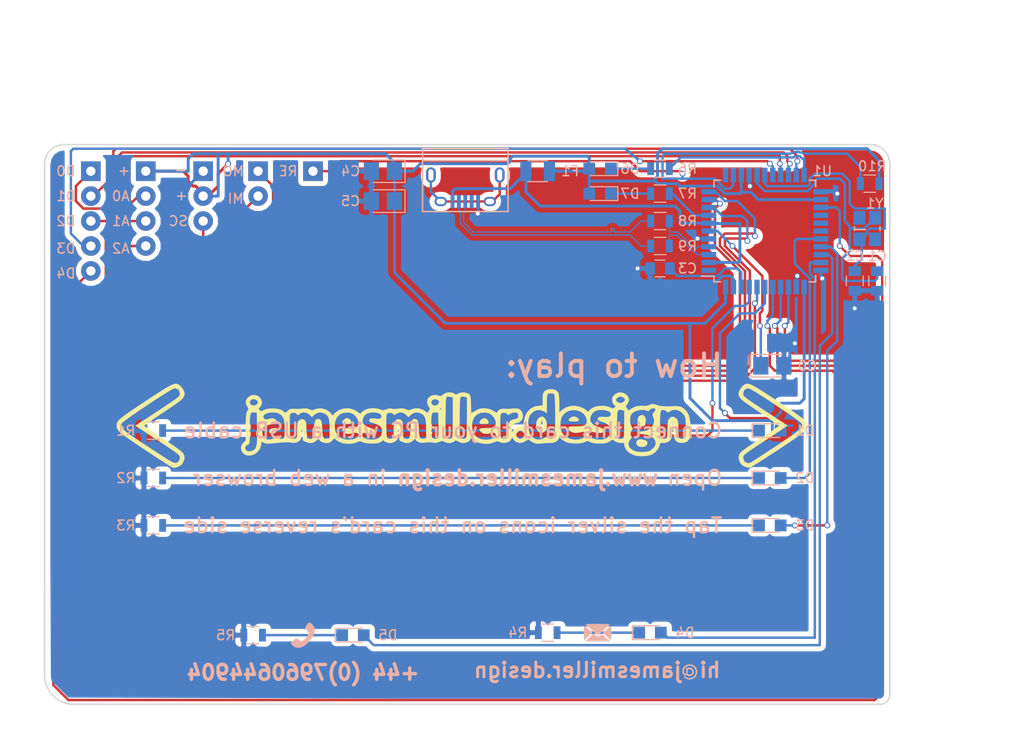
<source format=kicad_pcb>
(kicad_pcb (version 4) (host pcbnew 4.0.4-stable)
  (layers (0 F.Cu signal) (31 B.Cu signal) (34 B.Paste user) (35 F.Paste user) (36 B.SilkS user) (37 F.SilkS user) (38 B.Mask user) (39 F.Mask user) (44 Edge.Cuts user))
  (net 0 "")
  (net 1 USBVCC)
  (net 2 GND)
  (net 3 VCC)
  (net 4 "Net-(D2-Pad1)")
  (net 5 "Net-(D3-Pad1)")
  (net 6 "Net-(P1-Pad4)")
  (net 7 "Net-(P1-Pad6)")
  (net 8 D+)
  (net 9 D-)
  (net 10 "Net-(U1-Pad12)")
  (net 11 "Net-(U1-Pad26)")
  (net 12 nodeLED)
  (net 13 interactLED)
  (net 14 "Net-(D1-Pad1)")
  (net 15 "Net-(D4-Pad1)")
  (net 16 "Net-(D5-Pad1)")
  (net 17 SCLK)
  (net 18 MISO)
  (net 19 MOSI)
  (net 20 RESET)
  (net 21 /Data-)
  (net 22 /Data+)
  (net 23 homeBtn)
  (net 24 leftArrow)
  (net 25 rightArrow)
  (net 26 "Net-(U1-Pad1)")
  (net 27 "Net-(U1-Pad27)")
  (net 28 "Net-(U1-Pad28)")
  (net 29 XTal1)
  (net 30 XTal2)
  (net 31 phoneLED)
  (net 32 "Net-(D6-Pad1)")
  (net 33 emailLED)
  (net 34 "Net-(D7-Pad1)")
  (net 35 D0)
  (net 36 D1)
  (net 37 D2)
  (net 38 D3)
  (net 39 D4)
  (net 40 A0)
  (net 41 A1)
  (net 42 A2)
  (net 43 TXLED)
  (net 44 RXLED)
  (net 45 "Net-(C3-Pad1)")
  (net 46 "Net-(C0-Pad1)")
  (module Housings_QFP:TQFP-44_10x10mm_Pitch0.8mm (layer B.Cu) (at 192.532 80.01)
    (fp_text reference U1 (at 5.842 -6.096) (layer B.SilkS) (effects (justify mirror)))
    (fp_text value ATMEGA32U4-A hide)
    (pad 1 smd rect (at -5.7 4) (size 1.5 0.55) (layers B.Cu B.Paste B.Mask) (net 26 "Net-(U1-Pad1)"))
    (pad 2 smd rect (at -5.7 3.2) (size 1.5 0.55) (layers B.Cu B.Paste B.Mask) (net 1 USBVCC))
    (pad 3 smd rect (at -5.7 2.4) (size 1.5 0.55) (layers B.Cu B.Paste B.Mask) (net 9 D-))
    (pad 4 smd rect (at -5.7 1.6) (size 1.5 0.55) (layers B.Cu B.Paste B.Mask) (net 8 D+))
    (pad 5 smd rect (at -5.7 0.8) (size 1.5 0.55) (layers B.Cu B.Paste B.Mask) (net 2 GND))
    (pad 6 smd rect (at -5.7 0) (size 1.5 0.55) (layers B.Cu B.Paste B.Mask) (net 46 "Net-(C0-Pad1)"))
    (pad 7 smd rect (at -5.7 -0.8) (size 1.5 0.55) (layers B.Cu B.Paste B.Mask) (net 1 USBVCC))
    (pad 8 smd rect (at -5.7 -1.6) (size 1.5 0.55) (layers B.Cu B.Paste B.Mask) (net 44 RXLED))
    (pad 9 smd rect (at -5.7 -2.4) (size 1.5 0.55) (layers B.Cu B.Paste B.Mask) (net 17 SCLK))
    (pad 10 smd rect (at -5.7 -3.2) (size 1.5 0.55) (layers B.Cu B.Paste B.Mask) (net 19 MOSI))
    (pad 11 smd rect (at -5.7 -4) (size 1.5 0.55) (layers B.Cu B.Paste B.Mask) (net 18 MISO))
    (pad 12 smd rect (at -4 -5.7 270) (size 1.5 0.55) (layers B.Cu B.Paste B.Mask) (net 10 "Net-(U1-Pad12)"))
    (pad 13 smd rect (at -3.2 -5.7 270) (size 1.5 0.55) (layers B.Cu B.Paste B.Mask) (net 20 RESET))
    (pad 14 smd rect (at -2.4 -5.7 270) (size 1.5 0.55) (layers B.Cu B.Paste B.Mask) (net 3 VCC))
    (pad 15 smd rect (at -1.6 -5.7 270) (size 1.5 0.55) (layers B.Cu B.Paste B.Mask) (net 2 GND))
    (pad 16 smd rect (at -0.8 -5.7 270) (size 1.5 0.55) (layers B.Cu B.Paste B.Mask) (net 30 XTal2))
    (pad 17 smd rect (at 0 -5.7 270) (size 1.5 0.55) (layers B.Cu B.Paste B.Mask) (net 29 XTal1))
    (pad 18 smd rect (at 0.8 -5.7 270) (size 1.5 0.55) (layers B.Cu B.Paste B.Mask) (net 38 D3))
    (pad 19 smd rect (at 1.6 -5.7 270) (size 1.5 0.55) (layers B.Cu B.Paste B.Mask) (net 37 D2))
    (pad 20 smd rect (at 2.4 -5.7 270) (size 1.5 0.55) (layers B.Cu B.Paste B.Mask) (net 35 D0))
    (pad 21 smd rect (at 3.2 -5.7 270) (size 1.5 0.55) (layers B.Cu B.Paste B.Mask) (net 36 D1))
    (pad 22 smd rect (at 4 -5.7 270) (size 1.5 0.55) (layers B.Cu B.Paste B.Mask) (net 43 TXLED))
    (pad 23 smd rect (at 5.7 -4) (size 1.5 0.55) (layers B.Cu B.Paste B.Mask) (net 2 GND))
    (pad 24 smd rect (at 5.7 -3.2) (size 1.5 0.55) (layers B.Cu B.Paste B.Mask) (net 3 VCC))
    (pad 25 smd rect (at 5.7 -2.4) (size 1.5 0.55) (layers B.Cu B.Paste B.Mask) (net 39 D4))
    (pad 26 smd rect (at 5.7 -1.6) (size 1.5 0.55) (layers B.Cu B.Paste B.Mask) (net 11 "Net-(U1-Pad26)"))
    (pad 27 smd rect (at 5.7 -0.8) (size 1.5 0.55) (layers B.Cu B.Paste B.Mask) (net 27 "Net-(U1-Pad27)"))
    (pad 28 smd rect (at 5.7 0) (size 1.5 0.55) (layers B.Cu B.Paste B.Mask) (net 28 "Net-(U1-Pad28)"))
    (pad 29 smd rect (at 5.7 0.8) (size 1.5 0.55) (layers B.Cu B.Paste B.Mask) (net 12 nodeLED))
    (pad 30 smd rect (at 5.7 1.6) (size 1.5 0.55) (layers B.Cu B.Paste B.Mask) (net 13 interactLED))
    (pad 31 smd rect (at 5.7 2.4) (size 1.5 0.55) (layers B.Cu B.Paste B.Mask) (net 31 phoneLED))
    (pad 32 smd rect (at 5.7 3.2) (size 1.5 0.55) (layers B.Cu B.Paste B.Mask) (net 33 emailLED))
    (pad 33 smd rect (at 5.7 4) (size 1.5 0.55) (layers B.Cu B.Paste B.Mask) (net 2 GND))
    (pad 34 smd rect (at 4 5.7 270) (size 1.5 0.55) (layers B.Cu B.Paste B.Mask) (net 3 VCC))
    (pad 35 smd rect (at 3.2 5.7 270) (size 1.5 0.55) (layers B.Cu B.Paste B.Mask) (net 2 GND))
    (pad 36 smd rect (at 2.4 5.7 270) (size 1.5 0.55) (layers B.Cu B.Paste B.Mask) (net 40 A0))
    (pad 37 smd rect (at 1.6 5.7 270) (size 1.5 0.55) (layers B.Cu B.Paste B.Mask) (net 41 A1))
    (pad 38 smd rect (at 0.8 5.7 270) (size 1.5 0.55) (layers B.Cu B.Paste B.Mask) (net 42 A2))
    (pad 39 smd rect (at 0 5.7 270) (size 1.5 0.55) (layers B.Cu B.Paste B.Mask) (net 25 rightArrow))
    (pad 40 smd rect (at -0.8 5.7 270) (size 1.5 0.55) (layers B.Cu B.Paste B.Mask) (net 24 leftArrow))
    (pad 41 smd rect (at -1.6 5.7 270) (size 1.5 0.55) (layers B.Cu B.Paste B.Mask) (net 23 homeBtn))
    (pad 42 smd rect (at -2.4 5.7 270) (size 1.5 0.55) (layers B.Cu B.Paste B.Mask) (net 45 "Net-(C3-Pad1)"))
    (pad 43 smd rect (at -3.2 5.7 270) (size 1.5 0.55) (layers B.Cu B.Paste B.Mask) (net 2 GND))
    (pad 44 smd rect (at -4 5.7 270) (size 1.5 0.55) (layers B.Cu B.Paste B.Mask) (net 3 VCC))
  )
  (module assets:mail (layer B.Cu) (at 175.514 120.904 180)
    (fp_text reference G*** hide)
    (fp_text value LOGO hide)
  )
  (module assets:phone (layer B.Cu) (at 145.542 121.158 180)
    (fp_text reference G*** hide)
    (fp_text value LOGO hide)
  )
  (module Connect:USB_Micro-B (layer B.Cu) (at 162.052 75.438)
    (fp_text reference P1 hide)
    (fp_text value "USB Micro B" hide)
    (pad 1 smd rect (at -1.3009 1.56254 270) (size 1.35 0.4) (layers B.Cu B.Paste B.Mask) (net 1 USBVCC))
    (pad 2 smd rect (at -0.6509 1.56254 270) (size 1.35 0.4) (layers B.Cu B.Paste B.Mask) (net 21 /Data-))
    (pad 3 smd rect (at -0.0009 1.56254 270) (size 1.35 0.4) (layers B.Cu B.Paste B.Mask) (net 22 /Data+))
    (pad 4 smd rect (at 0.6491 1.56254 270) (size 1.35 0.4) (layers B.Cu B.Paste B.Mask) (net 6 "Net-(P1-Pad4)"))
    (pad 5 smd rect (at 1.2991 1.56254 270) (size 1.35 0.4) (layers B.Cu B.Paste B.Mask) (net 2 GND))
    (pad 6 thru_hole oval (at -2.5009 1.56254 270) (size 0.95 1.25) (drill oval 0.55 0.85) (layers *.Cu *.Mask) (net 7 "Net-(P1-Pad6)"))
    (pad 6 thru_hole oval (at 2.4991 1.56254 270) (size 0.95 1.25) (drill oval 0.55 0.85) (layers *.Cu *.Mask) (net 7 "Net-(P1-Pad6)"))
    (pad 6 thru_hole oval (at -3.5009 -1.13746 270) (size 1.55 1) (drill oval 1.15 0.5) (layers *.Cu *.Mask) (net 7 "Net-(P1-Pad6)"))
    (pad 6 thru_hole oval (at 3.4991 -1.13746 270) (size 1.55 1) (drill oval 1.15 0.5) (layers *.Cu *.Mask) (net 7 "Net-(P1-Pad6)"))
  )
  (module newAssets:JMDesignSS (layer F.Cu) (at 162.052 99.568)
    (fp_text reference G*** hide)
    (fp_text value LOGO hide)
  )
  (module newAssets:leftArrowSS (layer F.Cu) (at 130.048 99.822)
    (fp_text reference G*** hide)
    (fp_text value LOGO hide)
  )
  (module newAssets:rightArrowSS (layer F.Cu) (at 193.294 99.822)
    (fp_text reference G*** hide)
    (fp_text value LOGO hide)
  )
  (module newAssets:JMDesign (layer F.Cu) (at 162.052 99.568)
    (fp_text reference P2 hide)
    (fp_text value "Home button" hide)
    (fp_poly (pts (xy 19.207444 -1.492297) (xy 19.302512 -1.442045) (xy 19.365686 -1.370823) (xy 19.325816 -1.268345) (xy 19.196875 -1.121412) (xy 19.052435 -0.94313) (xy 19.032972 -0.826433) (xy 19.063149 -0.782718) (xy 19.136115 -0.616785) (xy 19.164874 -0.353125) (xy 19.149785 -0.057371) (xy 19.091206 0.20484) (xy 19.057312 0.282606) (xy 18.852763 0.51312) (xy 18.541238 0.698049) (xy 18.184145 0.809714) (xy 17.858867 0.82276) (xy 17.638387 0.809746) (xy 17.500049 0.832413) (xy 17.484615 0.845132) (xy 17.499131 0.953742) (xy 17.679005 1.053727) (xy 18.020403 1.143389) (xy 18.248939 1.183579) (xy 18.733058 1.293398) (xy 19.066127 1.452015) (xy 19.261323 1.666952) (xy 19.308951 1.788692) (xy 19.316681 2.11646) (xy 19.19264 2.439077) (xy 18.964101 2.693265) (xy 18.901356 2.73439) (xy 18.592553 2.850379) (xy 18.189411 2.916779) (xy 17.761179 2.92774) (xy 17.377105 2.877411) (xy 17.33606 2.866634) (xy 17.083331 2.747353) (xy 16.844021 2.557244) (xy 16.665383 2.342176) (xy 16.594669 2.14802) (xy 16.594666 2.146937) (xy 16.604649 2.106555) (xy 17.374972 2.106555) (xy 17.505274 2.293284) (xy 17.544838 2.323532) (xy 17.834069 2.436513) (xy 18.164712 2.438258) (xy 18.378232 2.367687) (xy 18.50812 2.215515) (xy 18.534654 2.004017) (xy 18.451816 1.812431) (xy 18.422554 1.784269) (xy 18.260852 1.704119) (xy 18.024989 1.640321) (xy 17.997306 1.635514) (xy 17.714739 1.644154) (xy 17.501978 1.74812) (xy 17.381298 1.913544) (xy 17.374972 2.106555) (xy 16.604649 2.106555) (xy 16.647127 1.934745) (xy 16.770665 1.713685) (xy 16.897777 1.586417) (xy 16.960945 1.509229) (xy 16.92686 1.372186) (xy 16.887977 1.292737) (xy 16.818032 1.116772) (xy 16.838287 0.965012) (xy 16.923863 0.801368) (xy 17.020997 0.619452) (xy 17.028056 0.502995) (xy 16.944602 0.373791) (xy 16.921303 0.344835) (xy 16.797921 0.074374) (xy 16.765749 -0.254) (xy 17.526 -0.254) (xy 17.56045 0.002564) (xy 17.646497 0.191718) (xy 17.659047 0.205619) (xy 17.866773 0.318381) (xy 18.104496 0.323262) (xy 18.271066 0.237066) (xy 18.338121 0.080789) (xy 18.368097 -0.169138) (xy 18.360992 -0.441139) (xy 18.316809 -0.663639) (xy 18.271066 -0.745067) (xy 18.073859 -0.837023) (xy 17.835381 -0.817435) (xy 17.659047 -0.71362) (xy 17.568556 -0.538569) (xy 17.52655 -0.285357) (xy 17.526 -0.254) (xy 16.765749 -0.254) (xy 16.764 -0.271847) (xy 16.78128 -0.554212) (xy 16.855352 -0.752314) (xy 17.019561 -0.949593) (xy 17.045189 -0.975456) (xy 17.414027 -1.234107) (xy 17.843821 -1.335426) (xy 18.308796 -1.284023) (xy 18.545527 -1.236295) (xy 18.689834 -1.254727) (xy 18.809003 -1.349211) (xy 18.81811 -1.358895) (xy 19.012446 -1.503256) (xy 19.207444 -1.492297)) (layer F.Cu) (width 0.01))
    (fp_poly (pts (xy -21.336 -1.058334) (xy -21.27647 -1.031219) (xy -21.232799 -0.977575) (xy -21.20254 -0.873947) (xy -21.183246 -0.696874) (xy -21.172468 -0.422901) (xy -21.167759 -0.02857) (xy -21.166671 0.509578) (xy -21.166667 0.564409) (xy -21.169672 1.160042) (xy -21.179856 1.611153) (xy -21.198976 1.942468) (xy -21.228788 2.17871) (xy -21.271049 2.344606) (xy -21.297747 2.409639) (xy -21.506875 2.684226) (xy -21.793634 2.841299) (xy -22.112157 2.860888) (xy -22.246167 2.822593) (xy -22.321417 2.716137) (xy -22.352 2.525017) (xy -22.313656 2.319336) (xy -22.181918 2.225715) (xy -22.176171 2.224166) (xy -22.062368 2.171002) (xy -21.977109 2.064997) (xy -21.916563 1.88491) (xy -21.876904 1.609495) (xy -21.854301 1.217508) (xy -21.844926 0.687707) (xy -21.844 0.381193) (xy -21.842886 -0.133247) (xy -21.837577 -0.503417) (xy -21.825126 -0.754373) (xy -21.802586 -0.911175) (xy -21.767009 -0.998881) (xy -21.715448 -1.042548) (xy -21.674667 -1.058334) (xy -21.449485 -1.078433) (xy -21.336 -1.058334)) (layer F.Cu) (width 0.01))
    (fp_poly (pts (xy -19.309777 -1.050044) (xy -18.941619 -0.948976) (xy -18.815595 -0.881887) (xy -18.617057 -0.691476) (xy -18.481649 -0.409448) (xy -18.40262 -0.012878) (xy -18.373217 0.52116) (xy -18.372667 0.621913) (xy -18.380155 1.032676) (xy -18.405303 1.303483) (xy -18.45214 1.463161) (xy -18.498568 1.523087) (xy -18.662972 1.583825) (xy -18.855783 1.56651) (xy -19.00666 1.487432) (xy -19.05 1.395386) (xy -19.081693 1.284618) (xy -19.185804 1.307904) (xy -19.349903 1.442686) (xy -19.615459 1.595688) (xy -19.947087 1.66183) (xy -20.257909 1.625517) (xy -20.293299 1.612018) (xy -20.481569 1.477466) (xy -20.568466 1.365008) (xy -20.645122 1.112098) (xy -20.654782 0.817552) (xy -20.651411 0.800696) (xy -19.973574 0.800696) (xy -19.905412 0.971228) (xy -19.879734 0.999066) (xy -19.67715 1.094617) (xy -19.426045 1.032053) (xy -19.322839 0.968865) (xy -19.180994 0.812799) (xy -19.134667 0.672532) (xy -19.175743 0.552552) (xy -19.326933 0.509767) (xy -19.394233 0.508) (xy -19.696807 0.547661) (xy -19.89698 0.652367) (xy -19.973574 0.800696) (xy -20.651411 0.800696) (xy -20.601712 0.552199) (xy -20.5105 0.402537) (xy -20.287801 0.27347) (xy -19.964573 0.165284) (xy -19.609617 0.097819) (xy -19.409834 0.085138) (xy -19.211866 0.060545) (xy -19.138398 -0.027434) (xy -19.134667 -0.071545) (xy -19.208587 -0.294569) (xy -19.405205 -0.440071) (xy -19.686808 -0.484773) (xy -19.787057 -0.474261) (xy -20.116058 -0.421719) (xy -20.312203 -0.404273) (xy -20.409843 -0.430272) (xy -20.443327 -0.508063) (xy -20.447 -0.634631) (xy -20.424828 -0.805489) (xy -20.328008 -0.910979) (xy -20.111084 -1.000305) (xy -20.108334 -1.001223) (xy -19.723756 -1.069775) (xy -19.309777 -1.050044)) (layer F.Cu) (width 0.01))
    (fp_poly (pts (xy -11.47238 -0.938783) (xy -11.152359 -0.68398) (xy -11.143611 -0.67371) (xy -10.934033 -0.336784) (xy -10.866648 -0.008543) (xy -10.947125 0.281159) (xy -10.958803 0.299774) (xy -11.037955 0.401614) (xy -11.138443 0.463467) (xy -11.300762 0.495206) (xy -11.565411 0.506704) (xy -11.812952 0.508) (xy -12.209461 0.519887) (xy -12.448549 0.561127) (xy -12.540825 0.640089) (xy -12.496897 0.765142) (xy -12.345369 0.928035) (xy -12.074241 1.069601) (xy -11.714678 1.089819) (xy -11.356199 1.0071) (xy -11.09738 0.97075) (xy -10.912334 1.048665) (xy -10.837527 1.224755) (xy -10.837334 1.236081) (xy -10.914825 1.391865) (xy -11.120831 1.519923) (xy -11.41565 1.611946) (xy -11.759581 1.659625) (xy -12.112921 1.65465) (xy -12.435968 1.588711) (xy -12.467969 1.577371) (xy -12.711372 1.470925) (xy -12.902286 1.361018) (xy -12.925585 1.343201) (xy -13.11655 1.08861) (xy -13.240357 0.728119) (xy -13.28931 0.314377) (xy -13.25802 -0.071545) (xy -12.530667 -0.071545) (xy -12.5062 0.019345) (xy -12.406774 0.066669) (xy -12.193353 0.083523) (xy -12.065 0.084666) (xy -11.798226 0.079069) (xy -11.659313 0.049908) (xy -11.606862 -0.021369) (xy -11.599334 -0.124022) (xy -11.67474 -0.334089) (xy -11.871729 -0.472523) (xy -12.073934 -0.508) (xy -12.27792 -0.43941) (xy -12.452213 -0.275905) (xy -12.530466 -0.080888) (xy -12.530667 -0.071545) (xy -13.25802 -0.071545) (xy -13.255715 -0.099968) (xy -13.175927 -0.369504) (xy -12.950864 -0.709758) (xy -12.629146 -0.942625) (xy -12.249605 -1.062293) (xy -11.851073 -1.06295) (xy -11.47238 -0.938783)) (layer F.Cu) (width 0.01))
    (fp_poly (pts (xy -9.195426 -1.070349) (xy -8.892593 -1.01888) (xy -8.677371 -0.926777) (xy -8.635929 -0.888914) (xy -8.578412 -0.716812) (xy -8.591796 -0.598564) (xy -8.640118 -0.502865) (xy -8.735377 -0.459547) (xy -8.922252 -0.458577) (xy -9.130374 -0.477602) (xy -9.431133 -0.497257) (xy -9.612696 -0.473416) (xy -9.72109 -0.399671) (xy -9.725206 -0.394811) (xy -9.794811 -0.261777) (xy -9.74413 -0.151752) (xy -9.556747 -0.049115) (xy -9.258221 0.049691) (xy -8.861691 0.197313) (xy -8.61262 0.376376) (xy -8.489474 0.607561) (xy -8.466667 0.809899) (xy -8.515988 1.168196) (xy -8.677136 1.416514) (xy -8.936429 1.573501) (xy -9.403219 1.681597) (xy -9.907575 1.628601) (xy -10.117667 1.563891) (xy -10.331667 1.488579) (xy -10.46534 1.444898) (xy -10.483124 1.440608) (xy -10.494163 1.366989) (xy -10.483124 1.2065) (xy -10.467581 1.094536) (xy -10.430716 1.027226) (xy -10.340207 0.999226) (xy -10.163732 1.005193) (xy -9.868969 1.039782) (xy -9.648715 1.068548) (xy -9.377622 1.085345) (xy -9.215475 1.040144) (xy -9.151515 0.98272) (xy -9.091473 0.823742) (xy -9.193285 0.682068) (xy -9.459938 0.554627) (xy -9.615267 0.506432) (xy -10.021611 0.355196) (xy -10.277086 0.163961) (xy -10.398394 -0.082909) (xy -10.414 -0.241307) (xy -10.349573 -0.604355) (xy -10.152255 -0.863748) (xy -9.826697 -1.024397) (xy -9.526564 -1.074438) (xy -9.195426 -1.070349)) (layer F.Cu) (width 0.01))
    (fp_poly (pts (xy 2.49762 -0.938783) (xy 2.817641 -0.68398) (xy 2.826389 -0.67371) (xy 3.035967 -0.336784) (xy 3.103352 -0.008543) (xy 3.022875 0.281159) (xy 3.011197 0.299774) (xy 2.932045 0.401614) (xy 2.831557 0.463467) (xy 2.669238 0.495206) (xy 2.404589 0.506704) (xy 2.157048 0.508) (xy 1.760539 0.519887) (xy 1.521451 0.561127) (xy 1.429175 0.640089) (xy 1.473103 0.765142) (xy 1.624631 0.928035) (xy 1.895759 1.069601) (xy 2.255322 1.089819) (xy 2.613801 1.0071) (xy 2.87262 0.97075) (xy 3.057666 1.048665) (xy 3.132473 1.224755) (xy 3.132666 1.236081) (xy 3.055175 1.391865) (xy 2.849169 1.519923) (xy 2.55435 1.611946) (xy 2.210419 1.659625) (xy 1.857079 1.65465) (xy 1.534032 1.588711) (xy 1.502031 1.577371) (xy 1.258628 1.470925) (xy 1.067714 1.361018) (xy 1.044415 1.343201) (xy 0.85345 1.08861) (xy 0.729643 0.728119) (xy 0.68069 0.314377) (xy 0.71198 -0.071545) (xy 1.439333 -0.071545) (xy 1.4638 0.019345) (xy 1.563226 0.066669) (xy 1.776647 0.083523) (xy 1.905 0.084666) (xy 2.171774 0.079069) (xy 2.310687 0.049908) (xy 2.363138 -0.021369) (xy 2.370666 -0.124022) (xy 2.29526 -0.334089) (xy 2.098271 -0.472523) (xy 1.896066 -0.508) (xy 1.69208 -0.43941) (xy 1.517787 -0.275905) (xy 1.439534 -0.080888) (xy 1.439333 -0.071545) (xy 0.71198 -0.071545) (xy 0.714285 -0.099968) (xy 0.794073 -0.369504) (xy 1.019136 -0.709758) (xy 1.340854 -0.942625) (xy 1.720395 -1.062293) (xy 2.118927 -1.06295) (xy 2.49762 -0.938783)) (layer F.Cu) (width 0.01))
    (fp_poly (pts (xy 8.864365 -3.00042) (xy 9.101666 -2.917008) (xy 9.124345 -0.760004) (xy 9.13045 -0.094959) (xy 9.132346 0.420881) (xy 9.12895 0.807617) (xy 9.119179 1.085349) (xy 9.101947 1.274176) (xy 9.076172 1.394198) (xy 9.04077 1.465516) (xy 9.00233 1.502833) (xy 8.75272 1.602239) (xy 8.516993 1.5466) (xy 8.440431 1.485669) (xy 8.342177 1.417446) (xy 8.218958 1.42635) (xy 8.013177 1.517833) (xy 7.993148 1.528002) (xy 7.64631 1.6624) (xy 7.348713 1.671126) (xy 7.154333 1.612096) (xy 6.990056 1.506989) (xy 6.788413 1.331534) (xy 6.731 1.273342) (xy 6.608038 1.131493) (xy 6.530472 0.991959) (xy 6.485567 0.808816) (xy 6.46059 0.536142) (xy 6.447495 0.250863) (xy 6.445528 0.169333) (xy 7.196666 0.169333) (xy 7.246364 0.541728) (xy 7.380297 0.814468) (xy 7.57573 0.970902) (xy 7.809924 0.994377) (xy 8.060141 0.868241) (xy 8.101376 0.831908) (xy 8.237198 0.606211) (xy 8.3046 0.290946) (xy 8.302297 -0.049146) (xy 8.229002 -0.349326) (xy 8.128 -0.508) (xy 7.888579 -0.659177) (xy 7.651082 -0.660941) (xy 7.440695 -0.531611) (xy 7.282602 -0.289501) (xy 7.201988 0.047071) (xy 7.196666 0.169333) (xy 6.445528 0.169333) (xy 6.438259 -0.131882) (xy 6.451053 -0.393992) (xy 6.492753 -0.583487) (xy 6.570236 -0.748387) (xy 6.596996 -0.793003) (xy 6.850652 -1.078982) (xy 7.16877 -1.259085) (xy 7.510458 -1.325217) (xy 7.834824 -1.269279) (xy 8.095209 -1.089649) (xy 8.163269 -1.020329) (xy 8.210081 -1.006531) (xy 8.241409 -1.071583) (xy 8.263014 -1.238815) (xy 8.280659 -1.531555) (xy 8.297333 -1.907874) (xy 8.32525 -2.394319) (xy 8.36766 -2.731583) (xy 8.434996 -2.939771) (xy 8.537694 -3.038986) (xy 8.686187 -3.049332) (xy 8.864365 -3.00042)) (layer F.Cu) (width 0.01))
    (fp_poly (pts (xy 11.555313 -1.268447) (xy 11.893371 -1.087882) (xy 12.15889 -0.791248) (xy 12.244593 -0.623504) (xy 12.347131 -0.287125) (xy 12.327283 -0.032391) (xy 12.192 0.169333) (xy 12.084713 0.25246) (xy 11.939296 0.303468) (xy 11.715544 0.329668) (xy 11.373251 0.338368) (xy 11.260666 0.338666) (xy 10.898089 0.34171) (xy 10.672729 0.355422) (xy 10.552514 0.38667) (xy 10.50537 0.442322) (xy 10.498666 0.501854) (xy 10.574326 0.721269) (xy 10.776617 0.884867) (xy 11.068502 0.980279) (xy 11.412949 0.995134) (xy 11.757801 0.922434) (xy 12.024345 0.885331) (xy 12.205507 0.975202) (xy 12.276455 1.179073) (xy 12.276666 1.193526) (xy 12.198941 1.358326) (xy 11.991314 1.495433) (xy 11.69211 1.596496) (xy 11.339651 1.653166) (xy 10.972261 1.657092) (xy 10.628264 1.599924) (xy 10.541 1.571701) (xy 10.147023 1.343485) (xy 9.86456 0.999348) (xy 9.702601 0.558139) (xy 9.670134 0.038705) (xy 9.697164 -0.197569) (xy 9.743767 -0.335688) (xy 10.498666 -0.335688) (xy 10.516606 -0.245568) (xy 10.59528 -0.19532) (xy 10.771968 -0.173674) (xy 11.049 -0.169334) (xy 11.390938 -0.184282) (xy 11.570612 -0.228777) (xy 11.599333 -0.2685) (xy 11.525135 -0.449192) (xy 11.342654 -0.600429) (xy 11.112061 -0.675505) (xy 11.072644 -0.677334) (xy 10.769744 -0.631646) (xy 10.56759 -0.50757) (xy 10.498666 -0.335688) (xy 9.743767 -0.335688) (xy 9.835388 -0.607228) (xy 10.082521 -0.931157) (xy 10.408321 -1.164299) (xy 10.782547 -1.3016) (xy 11.174958 -1.338001) (xy 11.555313 -1.268447)) (layer F.Cu) (width 0.01))
    (fp_poly (pts (xy 14.066867 -1.318979) (xy 14.393481 -1.270873) (xy 14.649781 -1.179845) (xy 14.789251 -1.049469) (xy 14.792167 -1.042388) (xy 14.814012 -0.845625) (xy 14.69583 -0.720574) (xy 14.431235 -0.66361) (xy 14.125096 -0.663791) (xy 13.800244 -0.670119) (xy 13.599923 -0.641975) (xy 13.481557 -0.572261) (xy 13.4648 -0.553708) (xy 13.405927 -0.415523) (xy 13.482603 -0.290983) (xy 13.706024 -0.170798) (xy 14.071885 -0.050065) (xy 14.452682 0.097061) (xy 14.687944 0.292758) (xy 14.799712 0.56128) (xy 14.816666 0.76942) (xy 14.741816 1.117915) (xy 14.533776 1.393549) (xy 14.217313 1.584485) (xy 13.817194 1.678886) (xy 13.358183 1.664914) (xy 13.074113 1.60231) (xy 12.77895 1.468756) (xy 12.610979 1.288332) (xy 12.588211 1.084118) (xy 12.615834 1.015064) (xy 12.737322 0.88191) (xy 12.897749 0.888075) (xy 13.089905 0.930745) (xy 13.367347 0.973291) (xy 13.507659 0.989725) (xy 13.794512 1.003462) (xy 13.966524 0.96435) (xy 14.047193 0.898004) (xy 14.107176 0.744869) (xy 14.01601 0.602496) (xy 13.767015 0.464467) (xy 13.493937 0.366587) (xy 13.212163 0.258191) (xy 12.982506 0.135571) (xy 12.893515 0.064609) (xy 12.77058 -0.185727) (xy 12.757276 -0.49763) (xy 12.842617 -0.813816) (xy 13.015617 -1.077002) (xy 13.130302 -1.170037) (xy 13.38876 -1.272134) (xy 13.716454 -1.32059) (xy 14.066867 -1.318979)) (layer F.Cu) (width 0.01))
    (fp_poly (pts (xy -16.040304 -0.991544) (xy -15.8029 -0.804624) (xy -15.749925 -0.723262) (xy -15.644545 -0.526358) (xy -15.406884 -0.792346) (xy -15.220929 -0.96629) (xy -15.026092 -1.042904) (xy -14.782907 -1.058334) (xy -14.504581 -1.034915) (xy -14.298085 -0.939317) (xy -14.119795 -0.781771) (xy -13.843 -0.505208) (xy -13.81482 0.506022) (xy -13.78664 1.517253) (xy -13.997434 1.570159) (xy -14.231706 1.575268) (xy -14.385448 1.52822) (xy -14.467518 1.469669) (xy -14.519555 1.377046) (xy -14.548276 1.21542) (xy -14.560398 0.949864) (xy -14.562667 0.606621) (xy -14.57128 0.167429) (xy -14.603613 -0.129084) (xy -14.669408 -0.308993) (xy -14.77841 -0.398376) (xy -14.940359 -0.423308) (xy -14.947478 -0.423334) (xy -15.141385 -0.387968) (xy -15.275592 -0.267433) (xy -15.358976 -0.040067) (xy -15.400416 0.315789) (xy -15.409334 0.703553) (xy -15.410875 1.080169) (xy -15.421272 1.321105) (xy -15.449183 1.460016) (xy -15.503267 1.530556) (xy -15.592182 1.566379) (xy -15.634105 1.577187) (xy -15.840633 1.606643) (xy -15.982946 1.558302) (xy -16.073767 1.409971) (xy -16.125821 1.139463) (xy -16.151833 0.724586) (xy -16.153586 0.671255) (xy -16.183008 0.204502) (xy -16.243765 -0.116167) (xy -16.345509 -0.31261) (xy -16.497893 -0.406683) (xy -16.637 -0.423334) (xy -16.833 -0.388026) (xy -16.968462 -0.267612) (xy -17.052428 -0.040353) (xy -17.093941 0.315489) (xy -17.102667 0.696108) (xy -17.107634 1.086375) (xy -17.12572 1.338255) (xy -17.161706 1.482486) (xy -17.220374 1.549811) (xy -17.236592 1.557274) (xy -17.513742 1.605777) (xy -17.729912 1.532147) (xy -17.772085 1.491204) (xy -17.816793 1.349127) (xy -17.842906 1.050318) (xy -17.850677 0.590387) (xy -17.845952 0.200037) (xy -17.822334 -0.973667) (xy -17.532961 -1.001258) (xy -17.287409 -0.986885) (xy -17.16546 -0.889241) (xy -17.089298 -0.796357) (xy -16.993649 -0.835767) (xy -16.946833 -0.876221) (xy -16.665033 -1.034085) (xy -16.345269 -1.070279) (xy -16.040304 -0.991544)) (layer F.Cu) (width 0.01))
    (fp_poly (pts (xy -6.218971 -0.991544) (xy -5.981567 -0.804624) (xy -5.928591 -0.723262) (xy -5.823211 -0.526358) (xy -5.585551 -0.792346) (xy -5.399596 -0.96629) (xy -5.204759 -1.042904) (xy -4.961574 -1.058334) (xy -4.683248 -1.034915) (xy -4.476751 -0.939317) (xy -4.298462 -0.781771) (xy -4.021667 -0.505208) (xy -3.993487 0.506022) (xy -3.965306 1.517253) (xy -4.176101 1.570159) (xy -4.410373 1.575268) (xy -4.564115 1.52822) (xy -4.646185 1.469669) (xy -4.698222 1.377046) (xy -4.726943 1.21542) (xy -4.739064 0.949864) (xy -4.741334 0.606621) (xy -4.749946 0.167429) (xy -4.782279 -0.129084) (xy -4.848075 -0.308993) (xy -4.957076 -0.398376) (xy -5.119025 -0.423308) (xy -5.126145 -0.423334) (xy -5.320051 -0.387968) (xy -5.454258 -0.267433) (xy -5.537643 -0.040067) (xy -5.579083 0.315789) (xy -5.588 0.703553) (xy -5.589542 1.080169) (xy -5.599939 1.321105) (xy -5.62785 1.460016) (xy -5.681934 1.530556) (xy -5.770849 1.566379) (xy -5.812772 1.577187) (xy -6.0193 1.606643) (xy -6.161613 1.558302) (xy -6.252434 1.409971) (xy -6.304488 1.139463) (xy -6.330499 0.724586) (xy -6.332253 0.671255) (xy -6.361675 0.204502) (xy -6.422432 -0.116167) (xy -6.524176 -0.31261) (xy -6.67656 -0.406683) (xy -6.815667 -0.423334) (xy -7.011667 -0.388026) (xy -7.147129 -0.267612) (xy -7.231095 -0.040353) (xy -7.272608 0.315489) (xy -7.281334 0.696108) (xy -7.2863 1.086375) (xy -7.304386 1.338255) (xy -7.340373 1.482486) (xy -7.39904 1.549811) (xy -7.415259 1.557274) (xy -7.692409 1.605777) (xy -7.908579 1.532147) (xy -7.950752 1.491204) (xy -7.995459 1.349127) (xy -8.021573 1.050318) (xy -8.029344 0.590387) (xy -8.024619 0.200037) (xy -8.001 -0.973667) (xy -7.711628 -1.001258) (xy -7.466076 -0.986885) (xy -7.344127 -0.889241) (xy -7.267965 -0.796357) (xy -7.172316 -0.835767) (xy -7.1255 -0.876221) (xy -6.8437 -1.034085) (xy -6.523936 -1.070279) (xy -6.218971 -0.991544)) (layer F.Cu) (width 0.01))
    (fp_poly (pts (xy -3.066461 -1.097573) (xy -2.920811 -1.065852) (xy -2.709334 -1.012774) (xy -2.709334 0.196346) (xy -2.715969 0.760478) (xy -2.736259 1.163204) (xy -2.770777 1.411947) (xy -2.810934 1.507066) (xy -3.013241 1.597151) (xy -3.277965 1.553744) (xy -3.280834 1.552593) (xy -3.325052 1.484281) (xy -3.356265 1.309047) (xy -3.375882 1.00948) (xy -3.385311 0.568168) (xy -3.386667 0.244287) (xy -3.384198 -0.276151) (xy -3.371651 -0.648957) (xy -3.341314 -0.895817) (xy -3.285478 -1.038417) (xy -3.19643 -1.09844) (xy -3.066461 -1.097573)) (layer F.Cu) (width 0.01))
    (fp_poly (pts (xy -1.456395 -2.660667) (xy -1.393656 -2.54363) (xy -1.350612 -2.340969) (xy -1.322818 -2.034702) (xy -1.30583 -1.606846) (xy -1.295201 -1.039419) (xy -1.289555 -0.583544) (xy -1.283265 0.051016) (xy -1.281679 0.537334) (xy -1.28603 0.896464) (xy -1.297548 1.149464) (xy -1.317464 1.317387) (xy -1.347011 1.421289) (xy -1.387419 1.482226) (xy -1.41157 1.50279) (xy -1.652542 1.601972) (xy -1.872121 1.553769) (xy -1.9304 1.507066) (xy -1.965824 1.414838) (xy -1.993022 1.209389) (xy -2.012586 0.87837) (xy -2.025111 0.40943) (xy -2.03119 -0.209781) (xy -2.032 -0.607987) (xy -2.032 -2.621441) (xy -1.807229 -2.677855) (xy -1.658737 -2.709797) (xy -1.543274 -2.710061) (xy -1.456395 -2.660667)) (layer F.Cu) (width 0.01))
    (fp_poly (pts (xy -0.017062 -2.660667) (xy 0.045677 -2.54363) (xy 0.088721 -2.340969) (xy 0.116515 -2.034702) (xy 0.133504 -1.606846) (xy 0.144133 -1.039419) (xy 0.149779 -0.583544) (xy 0.156069 0.051016) (xy 0.157654 0.537334) (xy 0.153304 0.896464) (xy 0.141786 1.149464) (xy 0.121869 1.317387) (xy 0.092322 1.421289) (xy 0.051914 1.482226) (xy 0.027763 1.50279) (xy -0.213208 1.601972) (xy -0.432788 1.553769) (xy -0.491067 1.507066) (xy -0.526491 1.414838) (xy -0.553688 1.209389) (xy -0.573253 0.87837) (xy -0.585778 0.40943) (xy -0.591856 -0.209781) (xy -0.592667 -0.607987) (xy -0.592667 -2.621441) (xy -0.367896 -2.677855) (xy -0.219403 -2.709797) (xy -0.10394 -2.710061) (xy -0.017062 -2.660667)) (layer F.Cu) (width 0.01))
    (fp_poly (pts (xy 5.21866 -1.043852) (xy 5.372084 -0.904342) (xy 5.404491 -0.812358) (xy 5.371049 -0.608718) (xy 5.208186 -0.46756) (xy 4.992492 -0.423334) (xy 4.736153 -0.344402) (xy 4.537192 -0.162838) (xy 4.427388 -0.015386) (xy 4.361727 0.137224) (xy 4.329138 0.343705) (xy 4.318555 0.652767) (xy 4.318 0.801771) (xy 4.311594 1.164195) (xy 4.288544 1.390088) (xy 4.243096 1.511901) (xy 4.184075 1.557274) (xy 3.926452 1.603148) (xy 3.720422 1.505092) (xy 3.689047 1.475619) (xy 3.630603 1.383749) (xy 3.591381 1.227202) (xy 3.568125 0.97715) (xy 3.557581 0.604765) (xy 3.556 0.29721) (xy 3.560008 -0.116868) (xy 3.570928 -0.476545) (xy 3.587104 -0.74382) (xy 3.606881 -0.880694) (xy 3.607391 -0.882076) (xy 3.726399 -0.989346) (xy 3.923444 -1.022565) (xy 4.125971 -0.985115) (xy 4.261426 -0.880375) (xy 4.274292 -0.850998) (xy 4.31998 -0.739203) (xy 4.383956 -0.749229) (xy 4.48951 -0.848844) (xy 4.733194 -1.017865) (xy 4.99097 -1.08228) (xy 5.21866 -1.043852)) (layer F.Cu) (width 0.01))
    (fp_poly (pts (xy 5.748178 0.807316) (xy 5.908797 0.928924) (xy 5.990889 1.113452) (xy 5.959647 1.326091) (xy 5.881245 1.442744) (xy 5.667041 1.589542) (xy 5.450698 1.568763) (xy 5.304788 1.453833) (xy 5.177617 1.231794) (xy 5.218313 1.022966) (xy 5.330588 0.892087) (xy 5.543839 0.783434) (xy 5.748178 0.807316)) (layer F.Cu) (width 0.01))
    (fp_poly (pts (xy 15.965777 -1.318366) (xy 16.171333 -1.266774) (xy 16.171333 0.069346) (xy 16.165795 0.655883) (xy 16.148726 1.083066) (xy 16.119447 1.360523) (xy 16.077276 1.497886) (xy 16.069733 1.507066) (xy 15.885225 1.590187) (xy 15.635685 1.587458) (xy 15.515166 1.552593) (xy 15.472824 1.487162) (xy 15.442355 1.318696) (xy 15.422483 1.029975) (xy 15.41193 0.603782) (xy 15.409333 0.125649) (xy 15.410338 -0.38795) (xy 15.415395 -0.757362) (xy 15.427567 -1.00773) (xy 15.449919 -1.164196) (xy 15.485514 -1.251903) (xy 15.537414 -1.295995) (xy 15.584777 -1.314273) (xy 15.807652 -1.338094) (xy 15.965777 -1.318366)) (layer F.Cu) (width 0.01))
    (fp_poly (pts (xy 21.684814 -1.278797) (xy 22.021354 -1.068553) (xy 22.05613 -1.035111) (xy 22.209908 -0.863801) (xy 22.316159 -0.686477) (xy 22.383392 -0.467686) (xy 22.420118 -0.171976) (xy 22.434847 0.236106) (xy 22.436666 0.550139) (xy 22.434615 0.967303) (xy 22.424945 1.245771) (xy 22.40238 1.416161) (xy 22.361642 1.509094) (xy 22.297456 1.55519) (xy 22.261222 1.568272) (xy 22.038347 1.592093) (xy 21.880222 1.572365) (xy 21.788136 1.542242) (xy 21.728699 1.486003) (xy 21.694767 1.371426) (xy 21.679202 1.166284) (xy 21.67486 0.838355) (xy 21.674666 0.644804) (xy 21.670349 0.233946) (xy 21.653237 -0.046773) (xy 21.617094 -0.236422) (xy 21.555683 -0.374068) (xy 21.499188 -0.454249) (xy 21.268899 -0.637031) (xy 21.011719 -0.661928) (xy 20.762504 -0.526461) (xy 20.743333 -0.508) (xy 20.665352 -0.409599) (xy 20.615417 -0.27792) (xy 20.587564 -0.076269) (xy 20.575824 0.232048) (xy 20.574 0.5334) (xy 20.563305 1.00406) (xy 20.531945 1.328605) (xy 20.481004 1.496649) (xy 20.4724 1.507066) (xy 20.283067 1.595159) (xy 20.04516 1.589848) (xy 19.915608 1.537498) (xy 19.873003 1.466226) (xy 19.844512 1.302819) (xy 19.828961 1.027596) (xy 19.825171 0.620876) (xy 19.830941 0.120628) (xy 19.854333 -1.227667) (xy 20.143706 -1.255258) (xy 20.395065 -1.238803) (xy 20.502178 -1.159373) (xy 20.567413 -1.092971) (xy 20.67983 -1.102089) (xy 20.886478 -1.191911) (xy 20.912148 -1.204548) (xy 21.312212 -1.324553) (xy 21.684814 -1.278797)) (layer F.Cu) (width 0.01))
    (fp_poly (pts (xy -21.291367 -2.354998) (xy -21.183417 -2.202863) (xy -21.189728 -2.010514) (xy -21.254709 -1.900933) (xy -21.445808 -1.789893) (xy -21.693294 -1.825914) (xy -21.7805 -1.869449) (xy -21.911773 -2.021142) (xy -21.903709 -2.202995) (xy -21.763651 -2.360558) (xy -21.710425 -2.389068) (xy -21.478671 -2.429529) (xy -21.291367 -2.354998)) (layer F.Cu) (width 0.01))
    (fp_poly (pts (xy -2.834033 -2.354998) (xy -2.726084 -2.202863) (xy -2.732395 -2.010514) (xy -2.797376 -1.900933) (xy -2.988474 -1.789893) (xy -3.23596 -1.825914) (xy -3.323167 -1.869449) (xy -3.45444 -2.021142) (xy -3.446376 -2.202995) (xy -3.306318 -2.360558) (xy -3.253092 -2.389068) (xy -3.021338 -2.429529) (xy -2.834033 -2.354998)) (layer F.Cu) (width 0.01))
    (fp_poly (pts (xy 15.858292 -2.683768) (xy 16.038883 -2.599051) (xy 16.149726 -2.455244) (xy 16.147209 -2.276111) (xy 16.120027 -2.2225) (xy 15.947074 -2.085975) (xy 15.713224 -2.052783) (xy 15.49713 -2.130344) (xy 15.46231 -2.160451) (xy 15.353298 -2.297858) (xy 15.324666 -2.370667) (xy 15.37852 -2.481997) (xy 15.46231 -2.580883) (xy 15.651564 -2.685633) (xy 15.858292 -2.683768)) (layer F.Cu) (width 0.01))
    (pad 1 smd circle (at -21.59 -2.032) (size 0.2 0.2) (layers F.Cu F.Paste F.Mask) (net 23 homeBtn))
    (pad 1 smd circle (at -21.59 -0.254) (size 0.2 0.2) (layers F.Cu F.Paste F.Mask) (net 23 homeBtn))
    (pad 1 smd circle (at -19.558 -0.762) (size 0.2 0.2) (layers F.Cu F.Paste F.Mask) (net 23 homeBtn))
    (pad 1 smd circle (at -17.526 -0.254) (size 0.2 0.2) (layers F.Cu F.Paste F.Mask) (net 23 homeBtn))
    (pad 1 smd circle (at -12.954 0.254) (size 0.2 0.2) (layers F.Cu F.Paste F.Mask) (net 23 homeBtn))
    (pad 1 smd circle (at -9.652 0.254) (size 0.2 0.2) (layers F.Cu F.Paste F.Mask) (net 23 homeBtn))
    (pad 1 smd circle (at -7.62 0.254) (size 0.2 0.2) (layers F.Cu F.Paste F.Mask) (net 23 homeBtn))
    (pad 1 smd circle (at -21.59 -2.032) (size 0.3 0.3) (layers F.Cu F.Paste F.Mask) (net 23 homeBtn))
    (pad 1 smd circle (at -21.59 1.27) (size 0.3 0.3) (layers F.Cu F.Paste F.Mask) (net 23 homeBtn))
    (pad 1 smd circle (at -20.066 1.524) (size 0.3 0.3) (layers F.Cu F.Paste F.Mask) (net 23 homeBtn))
    (pad 1 smd circle (at -17.526 1.27) (size 0.3 0.3) (layers F.Cu F.Paste F.Mask) (net 23 homeBtn))
    (pad 1 smd circle (at -12.192 1.27) (size 0.3 0.3) (layers F.Cu F.Paste F.Mask) (net 23 homeBtn))
    (pad 1 smd circle (at -9.906 1.27) (size 0.3 0.3) (layers F.Cu F.Paste F.Mask) (net 23 homeBtn))
    (pad 1 smd circle (at -7.62 1.27) (size 0.3 0.3) (layers F.Cu F.Paste F.Mask) (net 23 homeBtn))
    (pad 1 smd circle (at -3.048 1.27) (size 0.3 0.3) (layers F.Cu F.Paste F.Mask) (net 23 homeBtn))
    (pad 1 smd circle (at -3.048 -2.032) (size 0.3 0.3) (layers F.Cu F.Paste F.Mask) (net 23 homeBtn))
    (pad 1 smd circle (at -1.778 1.016) (size 0.3 0.3) (layers F.Cu F.Paste F.Mask) (net 23 homeBtn))
    (pad 1 smd circle (at -0.254 1.016) (size 0.3 0.3) (layers F.Cu F.Paste F.Mask) (net 23 homeBtn))
    (pad 1 smd circle (at 2.54 1.27) (size 0.3 0.3) (layers F.Cu F.Paste F.Mask) (net 23 homeBtn))
    (pad 1 smd circle (at 4.064 1.27) (size 0.3 0.3) (layers F.Cu F.Paste F.Mask) (net 23 homeBtn))
    (pad 1 smd circle (at 5.588 1.27) (size 0.3 0.3) (layers F.Cu F.Paste F.Mask) (net 23 homeBtn))
    (pad 1 smd circle (at 8.636 1.016) (size 0.3 0.3) (layers F.Cu F.Paste F.Mask) (net 23 homeBtn))
    (pad 1 smd circle (at 10.922 1.27) (size 0.3 0.3) (layers F.Cu F.Paste F.Mask) (net 23 homeBtn))
    (pad 1 smd circle (at 13.462 1.524) (size 0.3 0.3) (layers F.Cu F.Paste F.Mask) (net 23 homeBtn))
    (pad 1 smd circle (at 15.748 1.27) (size 0.3 0.3) (layers F.Cu F.Paste F.Mask) (net 23 homeBtn))
    (pad 1 smd circle (at 15.748 -2.286) (size 0.3 0.3) (layers F.Cu F.Paste F.Mask) (net 23 homeBtn))
    (pad 1 smd circle (at 17.272 1.27) (size 0.3 0.3) (layers F.Cu F.Paste F.Mask) (net 23 homeBtn))
    (pad 1 smd circle (at 20.066 1.27) (size 0.3 0.3) (layers F.Cu F.Paste F.Mask) (net 23 homeBtn))
  )
  (module newAssets:leftArrow (layer F.Cu) (at 130.048 99.822)
    (fp_text reference P4 hide)
    (fp_text value "Left Arrow" hide)
    (fp_poly (pts (xy 2.666521 -3.763065) (xy 2.864446 -3.598592) (xy 2.959232 -3.327437) (xy 2.963333 -3.248287) (xy 2.959101 -3.167643) (xy 2.936763 -3.090918) (xy 2.881855 -3.006767) (xy 2.779912 -2.903848) (xy 2.61647 -2.770817) (xy 2.377066 -2.596331) (xy 2.047236 -2.369047) (xy 1.612515 -2.077622) (xy 1.058439 -1.710713) (xy 0.707344 -1.479066) (xy -1.548645 0.008687) (xy 0.707344 1.494852) (xy 1.331747 1.906784) (xy 1.828934 2.237277) (xy 2.213374 2.497624) (xy 2.499536 2.699116) (xy 2.701891 2.853045) (xy 2.834907 2.970702) (xy 2.913054 3.06338) (xy 2.950802 3.14237) (xy 2.962619 3.218963) (xy 2.963333 3.255387) (xy 2.887303 3.552918) (xy 2.667736 3.768511) (xy 2.523326 3.835083) (xy 2.393851 3.806192) (xy 2.129381 3.675958) (xy 1.730382 3.444646) (xy 1.197321 3.112522) (xy 0.787659 2.848247) (xy -0.063681 2.292778) (xy -0.783248 1.820972) (xy -1.381393 1.424436) (xy -1.868472 1.094781) (xy -2.254836 0.823616) (xy -2.55084 0.602551) (xy -2.766836 0.423194) (xy -2.913178 0.277155) (xy -3.000219 0.156043) (xy -3.038312 0.051469) (xy -3.037811 -0.044959) (xy -3.009069 -0.141632) (xy -2.981237 -0.206185) (xy -2.888526 -0.302634) (xy -2.672287 -0.476229) (xy -2.352238 -0.713814) (xy -1.948098 -1.002237) (xy -1.479588 -1.328344) (xy -0.966427 -1.678983) (xy -0.428333 -2.040999) (xy 0.114973 -2.40124) (xy 0.643773 -2.746552) (xy 1.138346 -3.063781) (xy 1.578975 -3.339774) (xy 1.945938 -3.561379) (xy 2.219518 -3.715441) (xy 2.379994 -3.788807) (xy 2.395173 -3.7924) (xy 2.666521 -3.763065)) (layer F.Cu) (width 0.01))
    (pad 1 smd circle (at -2.032 0) (size 0.3 0.3) (layers F.Cu F.Paste F.Mask) (net 24 leftArrow))
  )
  (module newAssets:rightArrow (layer F.Cu) (at 193.294 99.822)
    (fp_text reference P5 hide)
    (fp_text value "Right Arrow" hide)
    (fp_poly (pts (xy -2.395173 -3.7924) (xy -2.256851 -3.734745) (xy -2.001923 -3.594057) (xy -1.650108 -3.38349) (xy -1.221125 -3.116197) (xy -0.734694 -2.805332) (xy -0.210534 -2.464048) (xy 0.331636 -2.105499) (xy 0.872096 -1.742837) (xy 1.391126 -1.389217) (xy 1.869009 -1.057791) (xy 2.286023 -0.761713) (xy 2.62245 -0.514136) (xy 2.85857 -0.328214) (xy 2.974665 -0.2171) (xy 2.981236 -0.206185) (xy 3.023702 -0.090314) (xy 3.032423 0.021433) (xy 2.995402 0.139619) (xy 2.900642 0.274808) (xy 2.736145 0.437564) (xy 2.489912 0.63845) (xy 2.149947 0.888029) (xy 1.704252 1.196866) (xy 1.140828 1.575525) (xy 0.447679 2.034568) (xy 0.402222 2.064554) (xy -0.295111 2.524365) (xy -0.864976 2.899267) (xy -1.321257 3.197593) (xy -1.677837 3.427671) (xy -1.948601 3.597832) (xy -2.147433 3.716406) (xy -2.288216 3.791724) (xy -2.384834 3.832115) (xy -2.451173 3.845911) (xy -2.501115 3.84144) (xy -2.54 3.829845) (xy -2.806199 3.663018) (xy -2.947425 3.397282) (xy -2.963333 3.255387) (xy -2.958424 3.176214) (xy -2.93405 3.09969) (xy -2.875741 3.014524) (xy -2.769028 2.909422) (xy -2.599441 2.773095) (xy -2.352512 2.594249) (xy -2.013769 2.361594) (xy -1.568745 2.063837) (xy -1.002969 1.689686) (xy -0.707345 1.494852) (xy 1.548644 0.008687) (xy -0.707345 -1.479066) (xy -1.331338 -1.891097) (xy -1.828225 -2.221565) (xy -2.21247 -2.481813) (xy -2.498536 -2.683184) (xy -2.700889 -2.837021) (xy -2.833991 -2.954667) (xy -2.912308 -3.047465) (xy -2.950303 -3.12676) (xy -2.962439 -3.203893) (xy -2.963334 -3.248287) (xy -2.898233 -3.54116) (xy -2.722742 -3.734298) (xy -2.466574 -3.799243) (xy -2.395173 -3.7924)) (layer F.Cu) (width 0.01))
    (pad 1 smd circle (at 2.032 0) (size 0.3 0.3) (layers F.Cu F.Paste F.Mask) (net 25 rightArrow))
  )
  (module newAssets:JMDesignFMask (layer F.Cu) (at 162.052 99.568)
    (fp_text reference G*** hide)
    (fp_text value LOGO hide)
  )
  (module newAssets:leftArrowFMask (layer F.Cu) (at 130.048 99.822)
    (fp_text reference G*** hide)
    (fp_text value LOGO hide)
  )
  (module newAssets:rightArrowFMask (layer F.Cu) (at 193.294 99.822)
    (fp_text reference G*** hide)
    (fp_text value LOGO hide)
  )
  (module Fuse_Holders_and_Fuses:Fuse_SMD1206_Reflow (layer B.Cu) (at 169.418 73.914)
    (fp_text reference F1 (at 3.302 0) (layer B.SilkS) (effects (justify mirror)))
    (fp_text value "PPTC Fuse 500mA" hide)
    (pad 1 smd rect (at -1.2 0 270) (size 2.03 1.14) (layers B.Cu B.Paste B.Mask) (net 1 USBVCC))
    (pad 2 smd rect (at 1.2 0 270) (size 2.03 1.14) (layers B.Cu B.Paste B.Mask) (net 3 VCC))
  )
  (module assets:crystal_FA238-TSX3225 (layer B.Cu) (at 202.946 79.756 90)
    (fp_text reference Y1 (at 2.54 0.762 180) (layer B.SilkS) (effects (justify mirror)))
    (fp_text value "16 FA-238 Mhz" hide)
    (pad 1 smd rect (at -1.1 -0.8 90) (size 1.4 1.2) (layers B.Cu B.Paste B.Mask) (net 29 XTal1))
    (pad 3 smd rect (at 1.1 -0.8 90) (size 1.4 1.2) (layers B.Cu B.Paste B.Mask))
    (pad 3 smd rect (at -1.1 0.8 90) (size 1.4 1.2) (layers B.Cu B.Paste B.Mask))
    (pad 2 smd rect (at 1.1 0.8 90) (size 1.4 1.2) (layers B.Cu B.Paste B.Mask) (net 30 XTal2))
  )
  (module LEDs:LED_0805 (layer B.Cu) (at 193.04 100.33)
    (fp_text reference D1 (at 3.556 0) (layer B.SilkS) (effects (justify mirror)))
    (fp_text value "Power LED (green)")
    (pad 2 smd rect (at 1.1 0 180) (size 1.2 1.2) (layers B.Cu B.Paste B.Mask) (net 3 VCC))
    (pad 1 smd rect (at -1.1 0 180) (size 1.2 1.2) (layers B.Cu B.Paste B.Mask) (net 14 "Net-(D1-Pad1)"))
  )
  (module LEDs:LED_0805 (layer B.Cu) (at 193.04 105.156)
    (fp_text reference D2 (at 3.556 0) (layer B.SilkS) (effects (justify mirror)))
    (fp_text value "Website CTA (green)")
    (pad 2 smd rect (at 1.1 0 180) (size 1.2 1.2) (layers B.Cu B.Paste B.Mask) (net 12 nodeLED))
    (pad 1 smd rect (at -1.1 0 180) (size 1.2 1.2) (layers B.Cu B.Paste B.Mask) (net 4 "Net-(D2-Pad1)"))
  )
  (module LEDs:LED_0805 (layer B.Cu) (at 193.04 109.982)
    (fp_text reference D3 (at 3.556 0) (layer B.SilkS) (effects (justify mirror)))
    (fp_text value "Interaction LED (green)")
    (pad 2 smd rect (at 1.1 0 180) (size 1.2 1.2) (layers B.Cu B.Paste B.Mask) (net 13 interactLED))
    (pad 1 smd rect (at -1.1 0 180) (size 1.2 1.2) (layers B.Cu B.Paste B.Mask) (net 5 "Net-(D3-Pad1)"))
  )
  (module LEDs:LED_0805 (layer B.Cu) (at 180.848 120.904)
    (fp_text reference D4 (at 3.556 0) (layer B.SilkS) (effects (justify mirror)))
    (fp_text value "Email LED (green)")
    (pad 2 smd rect (at 1.1 0 180) (size 1.2 1.2) (layers B.Cu B.Paste B.Mask) (net 33 emailLED))
    (pad 1 smd rect (at -1.1 0 180) (size 1.2 1.2) (layers B.Cu B.Paste B.Mask) (net 15 "Net-(D4-Pad1)"))
  )
  (module LEDs:LED_0805 (layer B.Cu) (at 150.622 121.158)
    (fp_text reference D5 (at 3.556 0) (layer B.SilkS) (effects (justify mirror)))
    (fp_text value "Phone LED (green)")
    (pad 2 smd rect (at 1.1 0 180) (size 1.2 1.2) (layers B.Cu B.Paste B.Mask) (net 31 phoneLED))
    (pad 1 smd rect (at -1.1 0 180) (size 1.2 1.2) (layers B.Cu B.Paste B.Mask) (net 16 "Net-(D5-Pad1)"))
  )
  (module Resistors_SMD:R_0805 (layer B.Cu) (at 130.302 100.33 180)
    (fp_text reference R1 (at 2.794 0 180) (layer B.SilkS) (effects (justify mirror)))
    (fp_text value 330)
    (pad 1 smd rect (at -0.95 0 180) (size 0.7 1.3) (layers B.Cu B.Paste B.Mask) (net 14 "Net-(D1-Pad1)"))
    (pad 2 smd rect (at 0.95 0 180) (size 0.7 1.3) (layers B.Cu B.Paste B.Mask) (net 2 GND))
  )
  (module Resistors_SMD:R_0805 (layer B.Cu) (at 130.302 105.156 180)
    (fp_text reference R2 (at 2.794 0 180) (layer B.SilkS) (effects (justify mirror)))
    (fp_text value 330)
    (pad 1 smd rect (at -0.95 0 180) (size 0.7 1.3) (layers B.Cu B.Paste B.Mask) (net 4 "Net-(D2-Pad1)"))
    (pad 2 smd rect (at 0.95 0 180) (size 0.7 1.3) (layers B.Cu B.Paste B.Mask) (net 2 GND))
  )
  (module Resistors_SMD:R_0805 (layer B.Cu) (at 130.302 109.982 180)
    (fp_text reference R3 (at 2.794 0 180) (layer B.SilkS) (effects (justify mirror)))
    (fp_text value 330)
    (pad 1 smd rect (at -0.95 0 180) (size 0.7 1.3) (layers B.Cu B.Paste B.Mask) (net 5 "Net-(D3-Pad1)"))
    (pad 2 smd rect (at 0.95 0 180) (size 0.7 1.3) (layers B.Cu B.Paste B.Mask) (net 2 GND))
  )
  (module Resistors_SMD:R_0805 (layer B.Cu) (at 170.434 120.904 180)
    (fp_text reference R4 (at 3.048 0 180) (layer B.SilkS) (effects (justify mirror)))
    (fp_text value 330)
    (pad 1 smd rect (at -0.95 0 180) (size 0.7 1.3) (layers B.Cu B.Paste B.Mask) (net 15 "Net-(D4-Pad1)"))
    (pad 2 smd rect (at 0.95 0 180) (size 0.7 1.3) (layers B.Cu B.Paste B.Mask) (net 2 GND))
  )
  (module Resistors_SMD:R_0805 (layer B.Cu) (at 140.462 121.158 180)
    (fp_text reference R5 (at 2.794 0 180) (layer B.SilkS) (effects (justify mirror)))
    (fp_text value 330)
    (pad 1 smd rect (at -0.95 0 180) (size 0.7 1.3) (layers B.Cu B.Paste B.Mask) (net 16 "Net-(D5-Pad1)"))
    (pad 2 smd rect (at 0.95 0 180) (size 0.7 1.3) (layers B.Cu B.Paste B.Mask) (net 2 GND))
  )
  (module Resistors_SMD:R_0805 (layer B.Cu) (at 181.864 78.994 180)
    (fp_text reference R8 (at -2.794 0 180) (layer B.SilkS) (effects (justify mirror)))
    (fp_text value 22)
    (pad 1 smd rect (at -0.95 0 180) (size 0.7 1.3) (layers B.Cu B.Paste B.Mask) (net 8 D+))
    (pad 2 smd rect (at 0.95 0 180) (size 0.7 1.3) (layers B.Cu B.Paste B.Mask) (net 22 /Data+))
  )
  (module Resistors_SMD:R_0805 (layer B.Cu) (at 181.864 81.534 180)
    (fp_text reference R9 (at -2.794 0 180) (layer B.SilkS) (effects (justify mirror)))
    (fp_text value 22 hide)
    (pad 1 smd rect (at -0.95 0 180) (size 0.7 1.3) (layers B.Cu B.Paste B.Mask) (net 9 D-))
    (pad 2 smd rect (at 0.95 0 180) (size 0.7 1.3) (layers B.Cu B.Paste B.Mask) (net 21 /Data-))
  )
  (module Resistors_SMD:R_0805 (layer B.Cu) (at 203.2 75.184)
    (fp_text reference R10 (at 0.254 -1.778) (layer B.SilkS) (effects (justify mirror)))
    (fp_text value 10K)
    (pad 1 smd rect (at -0.95 0) (size 0.7 1.3) (layers B.Cu B.Paste B.Mask) (net 20 RESET))
    (pad 2 smd rect (at 0.95 0) (size 0.7 1.3) (layers B.Cu B.Paste B.Mask) (net 3 VCC))
  )
  (module Capacitors_SMD:C_0805 (layer B.Cu) (at 203.962 85.09 270)
    (fp_text reference C1 (at -2.54 0 360) (layer B.SilkS) (effects (justify mirror)))
    (fp_text value 22pF hide)
    (pad 1 smd rect (at -1 0 270) (size 1 1.25) (layers B.Cu B.Paste B.Mask) (net 30 XTal2))
    (pad 2 smd rect (at 1 0 270) (size 1 1.25) (layers B.Cu B.Paste B.Mask) (net 2 GND))
  )
  (module Capacitors_SMD:C_0805 (layer B.Cu) (at 201.676 85.09 270)
    (fp_text reference C2 (at -2.54 0 360) (layer B.SilkS) (effects (justify mirror)))
    (fp_text value 22pF hide)
    (pad 1 smd rect (at -1 0 270) (size 1 1.25) (layers B.Cu B.Paste B.Mask) (net 29 XTal1))
    (pad 2 smd rect (at 1 0 270) (size 1 1.25) (layers B.Cu B.Paste B.Mask) (net 2 GND))
  )
  (module Capacitors_SMD:C_0805 (layer B.Cu) (at 181.864 83.82 180)
    (fp_text reference C3 (at -2.794 0 180) (layer B.SilkS) (effects (justify mirror)))
    (fp_text value 0.1uF)
    (pad 1 smd rect (at -1 0 180) (size 1 1.25) (layers B.Cu B.Paste B.Mask) (net 45 "Net-(C3-Pad1)"))
    (pad 2 smd rect (at 1 0 180) (size 1 1.25) (layers B.Cu B.Paste B.Mask) (net 2 GND))
  )
  (module Capacitors_Tantalum_SMD:CP_Tantalum_Case-R_EIA-2012-12_Reflow (layer B.Cu) (at 153.67 73.914 180)
    (fp_text reference C4 (at 3.302 0 360) (layer B.SilkS) (effects (justify mirror)))
    (fp_text value 1uF)
    (pad 1 smd rect (at -1.175 0 180) (size 1.55 1.8) (layers B.Cu B.Paste B.Mask) (net 3 VCC))
    (pad 2 smd rect (at 1.175 0 180) (size 1.55 1.8) (layers B.Cu B.Paste B.Mask) (net 2 GND))
  )
  (module Capacitors_Tantalum_SMD:CP_Tantalum_Case-R_EIA-2012-12_Reflow (layer B.Cu) (at 153.67 76.962 180)
    (fp_text reference C5 (at 3.302 0 360) (layer B.SilkS) (effects (justify mirror)))
    (fp_text value 0.1uF)
    (pad 1 smd rect (at -1.175 0 180) (size 1.55 1.8) (layers B.Cu B.Paste B.Mask) (net 3 VCC))
    (pad 2 smd rect (at 1.175 0 180) (size 1.55 1.8) (layers B.Cu B.Paste B.Mask) (net 2 GND))
  )
  (module newAssets:SL-103-X-XX_1x03 (layer F.Cu) (at 135.382 73.914)
    (fp_text reference P3 hide)
    (fp_text value "Bottom Connections 1" hide)
    (pad 1 thru_hole rect (at 0 0) (size 2 2) (drill 0.95) (layers *.Cu *.Mask) (net 2 GND))
    (pad 2 thru_hole circle (at 0 2.54) (size 2 2) (drill 0.95) (layers *.Cu *.Mask) (net 3 VCC))
    (pad 3 thru_hole circle (at 0 5.08) (size 2 2) (drill 0.95) (layers *.Cu *.Mask) (net 17 SCLK))
  )
  (module newAssets:SL-105-X-XX_1x05 (layer F.Cu) (at 123.952 73.914)
    (fp_text reference P6 hide)
    (fp_text value "Right Connectors" hide)
    (pad 1 thru_hole rect (at 0 0) (size 2 2) (drill 0.95) (layers *.Cu *.Mask) (net 35 D0))
    (pad 2 thru_hole circle (at 0 2.54) (size 2 2) (drill 0.95) (layers *.Cu *.Mask) (net 36 D1))
    (pad 3 thru_hole circle (at 0 5.08) (size 2 2) (drill 0.95) (layers *.Cu *.Mask) (net 37 D2))
    (pad 4 thru_hole circle (at 0 7.62) (size 2 2) (drill 0.95) (layers *.Cu *.Mask) (net 38 D3))
    (pad 5 thru_hole circle (at 0 10.16) (size 2 2) (drill 0.95) (layers *.Cu *.Mask) (net 39 D4))
  )
  (module newAssets:SL-104-X-XX_1x04 (layer F.Cu) (at 129.54 73.914)
    (fp_text reference P7 hide)
    (fp_text value CONN_01X04 hide)
    (pad 1 thru_hole rect (at 0 0) (size 2 2) (drill 0.95) (layers *.Cu *.Mask) (net 3 VCC))
    (pad 2 thru_hole circle (at 0 2.54) (size 2 2) (drill 0.95) (layers *.Cu *.Mask) (net 40 A0))
    (pad 3 thru_hole circle (at 0 5.08) (size 2 2) (drill 0.95) (layers *.Cu *.Mask) (net 41 A1))
    (pad 4 thru_hole circle (at 0 7.62) (size 2 2) (drill 0.95) (layers *.Cu *.Mask) (net 42 A2))
  )
  (module newAssets:SL-101-X-XX_1x01 (layer F.Cu) (at 146.558 73.914)
    (fp_text reference P8 hide)
    (fp_text value CONN_01X01 hide)
    (pad 1 thru_hole rect (at 0 0) (size 2 2) (drill 0.95) (layers *.Cu *.Mask) (net 20 RESET))
  )
  (module newAssets:SL-102-X-XX_1x02 (layer F.Cu) (at 140.97 73.914)
    (fp_text reference P9 hide)
    (fp_text value CONN_01X02 hide)
    (pad 1 thru_hole rect (at 0 0) (size 2 2) (drill 0.95) (layers *.Cu *.Mask) (net 19 MOSI))
    (pad 2 thru_hole circle (at 0 2.54) (size 2 2) (drill 0.95) (layers *.Cu *.Mask) (net 18 MISO))
  )
  (module Capacitors_Tantalum_SMD:CP_Tantalum_Case-R_EIA-2012-12_Reflow (layer B.Cu) (at 193.294 93.726)
    (fp_text reference C0 (at 3.556 0) (layer B.SilkS) (effects (justify mirror)))
    (fp_text value 1uF)
    (pad 1 smd rect (at -1.175 0) (size 1.55 1.8) (layers B.Cu B.Paste B.Mask) (net 46 "Net-(C0-Pad1)"))
    (pad 2 smd rect (at 1.175 0) (size 1.55 1.8) (layers B.Cu B.Paste B.Mask) (net 2 GND))
  )
  (module LEDs:LED_0805 (layer B.Cu) (at 175.768 73.66 180)
    (fp_text reference D6 (at -3.048 0 180) (layer B.SilkS) (effects (justify mirror)))
    (fp_text value "RX LED (orange)" hide)
    (pad 2 smd rect (at 1.1 0) (size 1.2 1.2) (layers B.Cu B.Paste B.Mask) (net 3 VCC))
    (pad 1 smd rect (at -1.1 0) (size 1.2 1.2) (layers B.Cu B.Paste B.Mask) (net 32 "Net-(D6-Pad1)"))
  )
  (module LEDs:LED_0805 (layer B.Cu) (at 175.768 76.2 180)
    (fp_text reference D7 (at -3.048 0 180) (layer B.SilkS) (effects (justify mirror)))
    (fp_text value "TX LED (orange)" hide)
    (pad 2 smd rect (at 1.1 0) (size 1.2 1.2) (layers B.Cu B.Paste B.Mask) (net 3 VCC))
    (pad 1 smd rect (at -1.1 0) (size 1.2 1.2) (layers B.Cu B.Paste B.Mask) (net 34 "Net-(D7-Pad1)"))
  )
  (module Resistors_SMD:R_0805 (layer B.Cu) (at 181.864 73.66 180)
    (fp_text reference R6 (at -2.794 0 180) (layer B.SilkS) (effects (justify mirror)))
    (fp_text value 330 hide)
    (pad 1 smd rect (at -0.95 0 180) (size 0.7 1.3) (layers B.Cu B.Paste B.Mask) (net 43 TXLED))
    (pad 2 smd rect (at 0.95 0 180) (size 0.7 1.3) (layers B.Cu B.Paste B.Mask) (net 32 "Net-(D6-Pad1)"))
  )
  (module Resistors_SMD:R_0805 (layer B.Cu) (at 181.864 76.2 180)
    (fp_text reference R7 (at -2.794 0 180) (layer B.SilkS) (effects (justify mirror)))
    (fp_text value 330 hide)
    (pad 1 smd rect (at -0.95 0 180) (size 0.7 1.3) (layers B.Cu B.Paste B.Mask) (net 44 RXLED))
    (pad 2 smd rect (at 0.95 0 180) (size 0.7 1.3) (layers B.Cu B.Paste B.Mask) (net 34 "Net-(D7-Pad1)"))
  )
  (gr_arc (start 204.245 127.199) (end 205.245 127.199) (angle 90) (layer Edge.Cuts) (width 0.15))
  (gr_line (start 204.245 128.199) (end 122.245 128.199) (angle 90) (layer Edge.Cuts) (width 0.15))
  (gr_line (start 205.245 73.199) (end 205.245 127.199) (angle 90) (layer Edge.Cuts) (width 0.15))
  (gr_text "     Connect this card to your PC with a USB cable\n\n     Open                         in a web browser\n\n     Tap the silver icons on this card's reverse side" (at 194.056 105.156) (layer B.SilkS) (effects (font (size 1.5 1.5) (thickness 0.25)) (justify left mirror)))
  (gr_text D4 (at 121.412 84.328) (layer B.SilkS) (effects (font (size 1 1)) (justify mirror)))
  (gr_text D3 (at 121.412 81.788) (layer B.SilkS) (effects (font (size 1 1)) (justify mirror)))
  (gr_text D2 (at 121.412 78.994) (layer B.SilkS) (effects (font (size 1 1)) (justify mirror)))
  (gr_text D1 (at 121.412 76.454) (layer B.SilkS) (effects (font (size 1 1)) (justify mirror)))
  (gr_text D0 (at 121.412 73.914) (layer B.SilkS) (effects (font (size 1 1)) (justify mirror)))
  (gr_text A2 (at 127 81.788) (layer B.SilkS) (effects (font (size 1 1)) (justify mirror)))
  (gr_text A1 (at 127 78.994) (layer B.SilkS) (effects (font (size 1 1)) (justify mirror)))
  (gr_text A0 (at 127 76.454) (layer B.SilkS) (effects (font (size 1 1)) (justify mirror)))
  (gr_text + (at 127.254 73.914 90) (layer B.SilkS) (effects (font (size 1 1)) (justify mirror)))
  (gr_text SC (at 132.842 78.994) (layer B.SilkS) (effects (font (size 1 1)) (justify mirror)))
  (gr_text + (at 133.096 76.454 90) (layer B.SilkS) (effects (font (size 1 1)) (justify mirror)))
  (gr_text - (at 133.096 73.914 180) (layer B.SilkS) (effects (font (size 1 1)) (justify mirror)))
  (gr_text MI (at 138.684 76.708) (layer B.SilkS) (effects (font (size 1 1)) (justify mirror)))
  (gr_text MO (at 138.43 73.914) (layer B.SilkS) (effects (font (size 1 1)) (justify mirror)))
  (gr_text RE (at 144.018 73.914) (layer B.SilkS) (effects (font (size 1 1)) (justify mirror)))
  (gr_text "How to play:" (at 188.468 93.726) (layer B.SilkS) (effects (font (size 2.3 2.3) (thickness 0.4)) (justify left mirror)))
  (gr_text jamesmiller.design (at 173.482 124.714) (layer B.SilkS) (effects (font (size 1.5 1.5) (thickness 0.3)) (justify mirror)))
  (gr_text @ (at 184.912 124.714) (layer B.SilkS) (effects (font (size 1.5 1.5)) (justify mirror)))
  (gr_text "+44 (0)7960644904" (at 145.542 124.968) (layer B.SilkS) (effects (font (size 1.5 1.5) (thickness 0.35)) (justify mirror)))
  (gr_text hi (at 186.944 124.714) (layer B.SilkS) (effects (font (size 1.5 1.5) (thickness 0.3)) (justify mirror)))
  (gr_text www.jamesmiller.design (at 168.402 105.156) (layer B.SilkS) (effects (font (size 1.5 1.5) (thickness 0.35)) (justify mirror)))
  (gr_line (start 203.245 71.199) (end 121.245 71.199) (angle 90) (layer Edge.Cuts) (width 0.15))
  (gr_arc (start 203.245 73.199) (end 203.245 71.199) (angle 90) (layer Edge.Cuts) (width 0.15))
  (gr_line (start 119.245 125.199) (end 119.245 73.199) (angle 90) (layer Edge.Cuts) (width 0.15))
  (gr_arc (start 121.245 73.199) (end 119.245 73.199) (angle 90) (layer Edge.Cuts) (width 0.15))
  (gr_arc (start 122.245 125.199) (end 122.245 128.199) (angle 90) (layer Edge.Cuts) (width 0.15))
  (segment (start 187.706 79.248) (end 189.992 79.248) (width 0.3) (layer B.Cu) (net 1))
  (segment (start 189.84 83.21) (end 186.832 83.21) (width 0.3) (layer B.Cu) (net 1))
  (segment (start 189.992 83.058) (end 189.84 83.21) (width 0.3) (layer B.Cu) (net 1))
  (segment (start 189.992 79.248) (end 189.992 83.058) (width 0.3) (layer B.Cu) (net 1))
  (segment (start 187.668 79.21) (end 187.706 79.248) (width 0.3) (layer B.Cu) (net 1))
  (segment (start 186.832 79.21) (end 187.668 79.21) (width 0.3) (layer B.Cu) (net 1))
  (segment (start 168.218 73.914) (end 168.218 76.016) (width 0.3) (layer B.Cu) (net 1))
  (segment (start 184.112 79.21) (end 186.832 79.21) (width 0.3) (layer B.Cu) (net 1))
  (segment (start 183.896 78.994) (end 184.112 79.21) (width 0.3) (layer B.Cu) (net 1))
  (segment (start 183.896 77.978) (end 183.896 78.994) (width 0.3) (layer B.Cu) (net 1))
  (segment (start 183.388 77.47) (end 183.896 77.978) (width 0.3) (layer B.Cu) (net 1))
  (segment (start 169.672 77.47) (end 183.388 77.47) (width 0.3) (layer B.Cu) (net 1))
  (segment (start 168.218 76.016) (end 169.672 77.47) (width 0.3) (layer B.Cu) (net 1))
  (segment (start 168.218 73.914) (end 168.218 74.098) (width 0.3) (layer B.Cu) (net 1))
  (segment (start 168.218 74.098) (end 166.624 75.692) (width 0.3) (layer B.Cu) (net 1))
  (segment (start 166.624 75.692) (end 161.036 75.692) (width 0.3) (layer B.Cu) (net 1))
  (segment (start 161.036 75.692) (end 160.7511 75.9769) (width 0.3) (layer B.Cu) (net 1))
  (segment (start 160.7511 75.9769) (end 160.7511 77.00054) (width 0.3) (layer B.Cu) (net 1))
  (segment (start 195.072 91.44) (end 195.072 93.123) (width 0.3) (layer B.Cu) (net 2))
  (segment (start 195.072 93.123) (end 194.469 93.726) (width 0.3) (layer B.Cu) (net 2))
  (segment (start 152.495 76.962) (end 152.495 78.391) (width 0.3) (layer B.Cu) (net 2))
  (segment (start 134.112 75.184) (end 135.382 73.914) (width 0.3) (layer B.Cu) (net 2))
  (segment (start 133.096 76.2) (end 134.112 75.184) (width 0.3) (layer B.Cu) (net 2))
  (segment (start 133.096 81.534) (end 133.096 76.2) (width 0.3) (layer B.Cu) (net 2))
  (segment (start 149.352 81.534) (end 133.096 81.534) (width 0.3) (layer B.Cu) (net 2))
  (segment (start 152.495 78.391) (end 149.352 81.534) (width 0.3) (layer B.Cu) (net 2))
  (segment (start 185.674 80.772) (end 186.182 80.772) (width 0.3) (layer F.Cu) (net 2))
  (segment (start 190.932 75.362) (end 190.932 74.31) (width 0.3) (layer B.Cu) (net 2))
  (segment (start 191.008 75.438) (end 190.932 75.362) (width 0.3) (layer B.Cu) (net 2))
  (via (at 191.008 75.438) (size 0.6) (drill 0.4) (layers F.Cu B.Cu) (net 2))
  (segment (start 191.008 75.946) (end 191.008 75.438) (width 0.3) (layer F.Cu) (net 2))
  (segment (start 190.5 76.454) (end 191.008 75.946) (width 0.3) (layer F.Cu) (net 2))
  (segment (start 187.706 76.454) (end 190.5 76.454) (width 0.3) (layer F.Cu) (net 2))
  (segment (start 186.944 77.216) (end 187.706 76.454) (width 0.3) (layer F.Cu) (net 2))
  (segment (start 186.944 80.01) (end 186.944 77.216) (width 0.3) (layer F.Cu) (net 2))
  (segment (start 186.182 80.772) (end 186.944 80.01) (width 0.3) (layer F.Cu) (net 2))
  (segment (start 189.332 85.71) (end 189.332 84.938) (width 0.3) (layer B.Cu) (net 2))
  (segment (start 180.864 84.598) (end 180.864 83.82) (width 0.3) (layer B.Cu) (net 2))
  (segment (start 181.356 85.09) (end 180.864 84.598) (width 0.3) (layer B.Cu) (net 2))
  (segment (start 187.706 85.09) (end 181.356 85.09) (width 0.3) (layer B.Cu) (net 2))
  (segment (start 188.214 84.582) (end 187.706 85.09) (width 0.3) (layer B.Cu) (net 2))
  (segment (start 188.976 84.582) (end 188.214 84.582) (width 0.3) (layer B.Cu) (net 2))
  (segment (start 189.332 84.938) (end 188.976 84.582) (width 0.3) (layer B.Cu) (net 2))
  (segment (start 199.898 76.2) (end 199.39 76.708) (width 0.3) (layer F.Cu) (net 2))
  (segment (start 199.39 76.708) (end 199.39 84.836) (width 0.3) (layer F.Cu) (net 2))
  (segment (start 198.374 84.836) (end 199.39 84.836) (width 0.3) (layer F.Cu) (net 2))
  (segment (start 199.708 76.01) (end 198.232 76.01) (width 0.3) (layer B.Cu) (net 2))
  (segment (start 199.898 76.2) (end 199.708 76.01) (width 0.3) (layer B.Cu) (net 2))
  (via (at 199.898 76.2) (size 0.6) (drill 0.4) (layers F.Cu B.Cu) (net 2))
  (segment (start 201.676 87.884) (end 201.676 90.932) (width 0.3) (layer F.Cu) (net 2))
  (segment (start 195.58 91.44) (end 195.072 91.44) (width 0.3) (layer B.Cu) (net 2))
  (via (at 195.58 91.44) (size 0.6) (drill 0.4) (layers F.Cu B.Cu) (net 2))
  (segment (start 201.168 91.44) (end 195.58 91.44) (width 0.3) (layer F.Cu) (net 2))
  (segment (start 201.676 90.932) (end 201.168 91.44) (width 0.3) (layer F.Cu) (net 2))
  (segment (start 198.374 84.836) (end 196.088 84.836) (width 0.3) (layer F.Cu) (net 2))
  (segment (start 195.732 84.684) (end 195.732 85.71) (width 0.3) (layer B.Cu) (net 2))
  (segment (start 195.834 84.582) (end 195.732 84.684) (width 0.3) (layer B.Cu) (net 2))
  (via (at 195.834 84.582) (size 0.6) (drill 0.4) (layers F.Cu B.Cu) (net 2))
  (segment (start 196.088 84.836) (end 195.834 84.582) (width 0.3) (layer F.Cu) (net 2))
  (segment (start 201.676 86.09) (end 201.676 87.884) (width 0.3) (layer B.Cu) (net 2))
  (segment (start 198.232 84.694) (end 198.232 84.01) (width 0.3) (layer B.Cu) (net 2))
  (segment (start 198.374 84.836) (end 198.232 84.694) (width 0.3) (layer B.Cu) (net 2))
  (via (at 198.374 84.836) (size 0.6) (drill 0.4) (layers F.Cu B.Cu) (net 2))
  (segment (start 198.374 87.63) (end 198.374 84.836) (width 0.3) (layer F.Cu) (net 2))
  (segment (start 198.628 87.884) (end 198.374 87.63) (width 0.3) (layer F.Cu) (net 2))
  (segment (start 201.676 87.884) (end 198.628 87.884) (width 0.3) (layer F.Cu) (net 2))
  (via (at 201.676 87.884) (size 0.6) (drill 0.4) (layers F.Cu B.Cu) (net 2))
  (segment (start 179.578 83.82) (end 164.338 83.82) (width 0.3) (layer F.Cu) (net 2))
  (segment (start 163.3511 78.2029) (end 163.3511 77.00054) (width 0.3) (layer B.Cu) (net 2))
  (segment (start 163.322 78.232) (end 163.3511 78.2029) (width 0.3) (layer B.Cu) (net 2))
  (via (at 163.322 78.232) (size 0.6) (drill 0.4) (layers F.Cu B.Cu) (net 2))
  (segment (start 163.322 82.804) (end 163.322 78.232) (width 0.3) (layer F.Cu) (net 2))
  (segment (start 164.338 83.82) (end 163.322 82.804) (width 0.3) (layer F.Cu) (net 2))
  (segment (start 186.832 80.81) (end 185.712 80.81) (width 0.3) (layer B.Cu) (net 2))
  (segment (start 179.578 83.82) (end 180.864 83.82) (width 0.3) (layer B.Cu) (net 2))
  (via (at 179.578 83.82) (size 0.6) (drill 0.4) (layers F.Cu B.Cu) (net 2))
  (segment (start 179.578 80.772) (end 179.578 83.82) (width 0.3) (layer F.Cu) (net 2))
  (segment (start 180.086 80.264) (end 179.578 80.772) (width 0.3) (layer F.Cu) (net 2))
  (segment (start 185.166 80.264) (end 180.086 80.264) (width 0.3) (layer F.Cu) (net 2))
  (segment (start 185.674 80.772) (end 185.166 80.264) (width 0.3) (layer F.Cu) (net 2))
  (via (at 185.674 80.772) (size 0.6) (drill 0.4) (layers F.Cu B.Cu) (net 2))
  (segment (start 185.712 80.81) (end 185.674 80.772) (width 0.3) (layer B.Cu) (net 2))
  (segment (start 194.564 99.822) (end 195.326 99.822) (width 0.25) (layer B.Cu) (net 3))
  (segment (start 193.294 99.314) (end 193.294 100.33) (width 0.3) (layer B.Cu) (net 3))
  (segment (start 193.294 100.33) (end 194.14 100.33) (width 0.3) (layer B.Cu) (net 3))
  (segment (start 194.14 100.33) (end 194.14 100.16) (width 0.3) (layer B.Cu) (net 3))
  (segment (start 135.382 76.454) (end 135.89 76.454) (width 0.3) (layer F.Cu) (net 3))
  (segment (start 135.89 76.454) (end 136.906 75.438) (width 0.3) (layer F.Cu) (net 3))
  (segment (start 137.922 73.152) (end 137.922 72.136) (width 0.3) (layer B.Cu) (net 3))
  (via (at 137.922 73.152) (size 0.6) (drill 0.4) (layers F.Cu B.Cu) (net 3))
  (segment (start 136.906 74.168) (end 137.922 73.152) (width 0.3) (layer F.Cu) (net 3))
  (segment (start 136.906 75.438) (end 136.906 74.168) (width 0.3) (layer F.Cu) (net 3))
  (segment (start 135.382 76.454) (end 135.382 76.2) (width 0.3) (layer F.Cu) (net 3))
  (segment (start 135.382 76.2) (end 134.62 75.438) (width 0.3) (layer F.Cu) (net 3))
  (segment (start 133.35 73.914) (end 129.54 73.914) (width 0.3) (layer F.Cu) (net 3))
  (segment (start 133.858 74.422) (end 133.35 73.914) (width 0.3) (layer F.Cu) (net 3))
  (segment (start 133.858 74.93) (end 133.858 74.422) (width 0.3) (layer F.Cu) (net 3))
  (segment (start 134.366 75.438) (end 133.858 74.93) (width 0.3) (layer F.Cu) (net 3))
  (segment (start 134.62 75.438) (end 134.366 75.438) (width 0.3) (layer F.Cu) (net 3))
  (segment (start 131.572 73.914) (end 132.08 73.914) (width 0.3) (layer B.Cu) (net 3))
  (segment (start 136.906 72.136) (end 136.906 76.454) (width 0.3) (layer B.Cu) (net 3))
  (segment (start 136.906 76.454) (end 135.382 76.454) (width 0.3) (layer B.Cu) (net 3))
  (segment (start 132.08 73.914) (end 133.858 73.914) (width 0.3) (layer B.Cu) (net 3))
  (segment (start 136.906 72.136) (end 134.62 72.136) (width 0.3) (layer B.Cu) (net 3))
  (segment (start 133.858 73.914) (end 133.858 72.644) (width 0.3) (layer B.Cu) (net 3))
  (segment (start 133.858 72.644) (end 134.366 72.136) (width 0.3) (layer B.Cu) (net 3))
  (segment (start 134.366 72.136) (end 134.62 72.136) (width 0.3) (layer B.Cu) (net 3))
  (segment (start 154.845 73.914) (end 154.845 73.057) (width 0.3) (layer B.Cu) (net 3))
  (segment (start 154.845 73.057) (end 153.924 72.136) (width 0.3) (layer B.Cu) (net 3))
  (segment (start 153.924 72.136) (end 137.922 72.136) (width 0.3) (layer B.Cu) (net 3))
  (segment (start 137.922 72.136) (end 136.906 72.136) (width 0.3) (layer B.Cu) (net 3))
  (segment (start 131.572 73.914) (end 129.54 73.914) (width 0.3) (layer B.Cu) (net 3))
  (segment (start 194.14 97.536) (end 194.14 98.468) (width 0.3) (layer B.Cu) (net 3))
  (segment (start 184.912 97.028) (end 184.912 89.408) (width 0.3) (layer B.Cu) (net 3))
  (segment (start 187.198 99.314) (end 184.912 97.028) (width 0.3) (layer B.Cu) (net 3))
  (segment (start 193.294 99.314) (end 187.198 99.314) (width 0.3) (layer B.Cu) (net 3))
  (segment (start 194.14 98.468) (end 193.294 99.314) (width 0.3) (layer B.Cu) (net 3))
  (segment (start 154.845 76.962) (end 154.845 84.233) (width 0.3) (layer B.Cu) (net 3))
  (segment (start 154.845 84.233) (end 160.02 89.408) (width 0.3) (layer B.Cu) (net 3))
  (segment (start 160.02 89.408) (end 184.912 89.408) (width 0.3) (layer B.Cu) (net 3))
  (segment (start 188.532 87.312) (end 188.532 85.71) (width 0.3) (layer B.Cu) (net 3))
  (segment (start 184.912 89.408) (end 186.436 89.408) (width 0.3) (layer B.Cu) (net 3))
  (segment (start 186.436 89.408) (end 188.532 87.312) (width 0.3) (layer B.Cu) (net 3))
  (segment (start 182.118 71.628) (end 181.61 72.136) (width 0.3) (layer B.Cu) (net 3))
  (segment (start 181.61 72.136) (end 181.61 72.39) (width 0.3) (layer B.Cu) (net 3))
  (segment (start 194.14 97.536) (end 196.088 97.536) (width 0.3) (layer B.Cu) (net 3))
  (segment (start 196.532 97.092) (end 196.532 85.71) (width 0.3) (layer B.Cu) (net 3))
  (segment (start 196.088 97.536) (end 196.532 97.092) (width 0.3) (layer B.Cu) (net 3))
  (segment (start 204.15 72.832) (end 204.15 73.34) (width 0.3) (layer B.Cu) (net 3))
  (segment (start 202.946 71.628) (end 204.15 72.832) (width 0.3) (layer B.Cu) (net 3))
  (segment (start 182.118 71.628) (end 202.946 71.628) (width 0.3) (layer B.Cu) (net 3))
  (segment (start 187.96 75.692) (end 188.214 75.946) (width 0.3) (layer B.Cu) (net 3))
  (segment (start 188.468 76.2) (end 188.722 76.2) (width 0.3) (layer B.Cu) (net 3))
  (segment (start 188.214 75.946) (end 188.468 76.2) (width 0.3) (layer B.Cu) (net 3))
  (segment (start 181.61 74.422) (end 181.61 72.39) (width 0.3) (layer B.Cu) (net 3))
  (segment (start 181.356 74.93) (end 181.356 74.676) (width 0.3) (layer B.Cu) (net 3))
  (segment (start 181.356 74.676) (end 181.61 74.422) (width 0.3) (layer B.Cu) (net 3))
  (segment (start 183.642 75.184) (end 181.61 75.184) (width 0.3) (layer B.Cu) (net 3))
  (segment (start 181.61 75.184) (end 181.356 74.93) (width 0.3) (layer B.Cu) (net 3))
  (segment (start 187.706 75.438) (end 187.452 75.438) (width 0.3) (layer B.Cu) (net 3))
  (segment (start 187.96 75.692) (end 187.706 75.438) (width 0.3) (layer B.Cu) (net 3))
  (segment (start 183.642 75.184) (end 183.896 75.438) (width 0.3) (layer B.Cu) (net 3))
  (segment (start 183.896 75.438) (end 187.452 75.438) (width 0.3) (layer B.Cu) (net 3))
  (segment (start 204.15 73.34) (end 204.15 75.184) (width 0.3) (layer B.Cu) (net 3))
  (segment (start 190.132 76.06) (end 191.122 76.06) (width 0.3) (layer B.Cu) (net 3))
  (segment (start 191.872 76.81) (end 198.232 76.81) (width 0.3) (layer B.Cu) (net 3))
  (segment (start 191.122 76.06) (end 191.872 76.81) (width 0.3) (layer B.Cu) (net 3))
  (segment (start 174.668 74.93) (end 181.356 74.93) (width 0.3) (layer B.Cu) (net 3))
  (segment (start 190.132 76.06) (end 190.132 74.31) (width 0.3) (layer B.Cu) (net 3))
  (segment (start 189.992 76.2) (end 190.132 76.06) (width 0.3) (layer B.Cu) (net 3))
  (segment (start 188.722 76.2) (end 189.992 76.2) (width 0.3) (layer B.Cu) (net 3))
  (segment (start 154.845 73.914) (end 156.718 73.914) (width 0.3) (layer B.Cu) (net 3))
  (segment (start 174.668 72.56) (end 174.668 73.66) (width 0.3) (layer B.Cu) (net 3))
  (segment (start 174.498 72.39) (end 174.668 72.56) (width 0.3) (layer B.Cu) (net 3))
  (segment (start 166.878 72.39) (end 174.498 72.39) (width 0.3) (layer B.Cu) (net 3))
  (segment (start 166.624 72.644) (end 166.878 72.39) (width 0.3) (layer B.Cu) (net 3))
  (segment (start 166.624 72.898) (end 166.624 72.644) (width 0.3) (layer B.Cu) (net 3))
  (segment (start 166.37 73.152) (end 166.624 72.898) (width 0.3) (layer B.Cu) (net 3))
  (segment (start 157.48 73.152) (end 166.37 73.152) (width 0.3) (layer B.Cu) (net 3))
  (segment (start 156.718 73.914) (end 157.48 73.152) (width 0.3) (layer B.Cu) (net 3))
  (segment (start 154.845 73.914) (end 154.845 76.962) (width 0.3) (layer B.Cu) (net 3))
  (segment (start 174.668 73.66) (end 174.668 74.93) (width 0.3) (layer B.Cu) (net 3))
  (segment (start 174.668 74.93) (end 174.668 76.2) (width 0.3) (layer B.Cu) (net 3))
  (segment (start 170.618 73.914) (end 174.414 73.914) (width 0.3) (layer B.Cu) (net 3))
  (segment (start 174.414 73.914) (end 174.668 73.66) (width 0.3) (layer B.Cu) (net 3))
  (segment (start 131.252 105.156) (end 191.94 105.156) (width 0.25) (layer B.Cu) (net 4))
  (segment (start 131.252 109.982) (end 191.94 109.982) (width 0.25) (layer B.Cu) (net 5))
  (segment (start 165.5511 76.2569) (end 165.5511 74.30054) (width 0.25) (layer F.Cu) (net 7))
  (segment (start 164.80746 77.00054) (end 165.5511 76.2569) (width 0.25) (layer F.Cu) (net 7))
  (segment (start 164.5511 77.00054) (end 164.80746 77.00054) (width 0.25) (layer F.Cu) (net 7))
  (segment (start 159.5511 77.00054) (end 164.5511 77.00054) (width 0.25) (layer F.Cu) (net 7))
  (segment (start 158.5511 76.00054) (end 159.5511 77.00054) (width 0.25) (layer B.Cu) (net 7))
  (segment (start 158.5511 74.30054) (end 158.5511 76.00054) (width 0.25) (layer B.Cu) (net 7))
  (segment (start 182.814 78.994) (end 182.814 80.1115) (width 0.125) (layer B.Cu) (net 8))
  (segment (start 182.814 80.1115) (end 183.705166 80.1115) (width 0.125) (layer B.Cu) (net 8))
  (segment (start 183.705166 80.1115) (end 185.451166 81.8575) (width 0.125) (layer B.Cu) (net 8))
  (segment (start 185.4595 81.8575) (end 185.707 81.61) (width 0.125) (layer B.Cu) (net 8))
  (segment (start 185.451166 81.8575) (end 185.4595 81.8575) (width 0.125) (layer B.Cu) (net 8))
  (segment (start 185.707 81.61) (end 186.832 81.61) (width 0.125) (layer B.Cu) (net 8))
  (segment (start 182.814 78.994) (end 183.134 78.994) (width 0.25) (layer B.Cu) (net 8))
  (segment (start 182.814 81.534) (end 182.814 80.4165) (width 0.125) (layer B.Cu) (net 9))
  (segment (start 182.814 80.4165) (end 183.578834 80.4165) (width 0.125) (layer B.Cu) (net 9))
  (segment (start 183.578834 80.4165) (end 185.324834 82.1625) (width 0.125) (layer B.Cu) (net 9))
  (segment (start 185.324834 82.1625) (end 185.4595 82.1625) (width 0.125) (layer B.Cu) (net 9))
  (segment (start 185.4595 82.1625) (end 185.707 82.41) (width 0.125) (layer B.Cu) (net 9))
  (segment (start 185.707 82.41) (end 186.832 82.41) (width 0.125) (layer B.Cu) (net 9))
  (segment (start 197.104 99.06) (end 197.104 104.648) (width 0.25) (layer B.Cu) (net 12))
  (segment (start 196.596 105.156) (end 194.14 105.156) (width 0.25) (layer B.Cu) (net 12))
  (segment (start 197.104 104.648) (end 196.596 105.156) (width 0.25) (layer B.Cu) (net 12))
  (segment (start 197.104 99.06) (end 197.104 84.836) (width 0.25) (layer B.Cu) (net 12))
  (segment (start 197.104 84.836) (end 195.58 83.312) (width 0.25) (layer B.Cu) (net 12))
  (segment (start 195.58 83.312) (end 195.58 81.026) (width 0.25) (layer B.Cu) (net 12))
  (segment (start 195.58 81.026) (end 195.796 80.81) (width 0.25) (layer B.Cu) (net 12))
  (segment (start 195.796 80.81) (end 198.232 80.81) (width 0.25) (layer B.Cu) (net 12))
  (segment (start 198.882 106.68) (end 198.882 109.982) (width 0.25) (layer B.Cu) (net 13))
  (segment (start 195.58 109.982) (end 194.14 109.982) (width 0.25) (layer B.Cu) (net 13))
  (via (at 195.58 109.982) (size 0.6) (drill 0.4) (layers F.Cu B.Cu) (net 13))
  (segment (start 198.882 109.982) (end 195.58 109.982) (width 0.25) (layer F.Cu) (net 13))
  (via (at 198.882 109.982) (size 0.6) (drill 0.4) (layers F.Cu B.Cu) (net 13))
  (segment (start 198.882 106.68) (end 198.882 92.202) (width 0.25) (layer B.Cu) (net 13))
  (segment (start 198.882 92.202) (end 199.898 91.186) (width 0.25) (layer B.Cu) (net 13))
  (segment (start 199.898 91.186) (end 199.898 82.296) (width 0.25) (layer B.Cu) (net 13))
  (segment (start 199.898 82.296) (end 199.212 81.61) (width 0.25) (layer B.Cu) (net 13))
  (segment (start 199.212 81.61) (end 198.232 81.61) (width 0.25) (layer B.Cu) (net 13))
  (segment (start 191.94 100.33) (end 131.252 100.33) (width 0.25) (layer B.Cu) (net 14))
  (segment (start 179.748 120.904) (end 171.384 120.904) (width 0.25) (layer B.Cu) (net 15))
  (segment (start 149.522 121.158) (end 141.412 121.158) (width 0.25) (layer B.Cu) (net 16))
  (segment (start 186.832 77.61) (end 187.338 77.61) (width 0.25) (layer B.Cu) (net 17))
  (segment (start 187.338 77.61) (end 188.214 78.486) (width 0.25) (layer B.Cu) (net 17))
  (segment (start 188.214 78.486) (end 190.246 78.486) (width 0.25) (layer B.Cu) (net 17))
  (segment (start 188.468 80.772) (end 188.468 81.026) (width 0.25) (layer F.Cu) (net 17))
  (segment (start 190.5 80.772) (end 188.468 80.772) (width 0.25) (layer F.Cu) (net 17))
  (segment (start 190.754 81.026) (end 190.5 80.772) (width 0.25) (layer F.Cu) (net 17))
  (via (at 190.754 81.026) (size 0.6) (drill 0.4) (layers F.Cu B.Cu) (net 17))
  (segment (start 190.754 78.994) (end 190.754 81.026) (width 0.25) (layer B.Cu) (net 17))
  (segment (start 190.246 78.486) (end 190.754 78.994) (width 0.25) (layer B.Cu) (net 17))
  (segment (start 135.382 92.202) (end 135.382 78.994) (width 0.25) (layer F.Cu) (net 17))
  (segment (start 137.414 94.234) (end 135.382 92.202) (width 0.25) (layer F.Cu) (net 17))
  (segment (start 179.324 94.234) (end 137.414 94.234) (width 0.25) (layer F.Cu) (net 17))
  (segment (start 179.832 94.742) (end 179.324 94.234) (width 0.25) (layer F.Cu) (net 17))
  (segment (start 189.992 94.742) (end 179.832 94.742) (width 0.25) (layer F.Cu) (net 17))
  (segment (start 191.008 93.726) (end 189.992 94.742) (width 0.25) (layer F.Cu) (net 17))
  (segment (start 191.008 84.074) (end 191.008 93.726) (width 0.25) (layer F.Cu) (net 17))
  (segment (start 188.468 81.534) (end 191.008 84.074) (width 0.25) (layer F.Cu) (net 17))
  (segment (start 188.468 81.026) (end 188.468 81.534) (width 0.25) (layer F.Cu) (net 17))
  (segment (start 186.832 76.01) (end 187.516 76.01) (width 0.25) (layer B.Cu) (net 18))
  (segment (start 187.516 76.01) (end 188.468 76.962) (width 0.25) (layer B.Cu) (net 18))
  (segment (start 188.468 76.962) (end 188.722 76.962) (width 0.25) (layer B.Cu) (net 18))
  (segment (start 186.832 76.01) (end 187.262 76.01) (width 0.25) (layer B.Cu) (net 18))
  (segment (start 188.722 76.962) (end 189.738 76.962) (width 0.25) (layer B.Cu) (net 18))
  (segment (start 189.738 76.962) (end 191.516 78.74) (width 0.25) (layer B.Cu) (net 18))
  (segment (start 191.516 78.74) (end 191.516 80.518) (width 0.25) (layer B.Cu) (net 18))
  (via (at 191.516 80.518) (size 0.6) (drill 0.4) (layers F.Cu B.Cu) (net 18))
  (segment (start 191.516 80.518) (end 191.262 80.264) (width 0.25) (layer F.Cu) (net 18))
  (segment (start 191.262 80.264) (end 188.468 80.264) (width 0.25) (layer F.Cu) (net 18))
  (segment (start 188.468 80.264) (end 187.96 80.772) (width 0.25) (layer F.Cu) (net 18))
  (segment (start 187.96 80.772) (end 187.96 81.534) (width 0.25) (layer F.Cu) (net 18))
  (segment (start 187.96 81.534) (end 190.5 84.074) (width 0.25) (layer F.Cu) (net 18))
  (segment (start 190.5 84.074) (end 190.5 93.472) (width 0.25) (layer F.Cu) (net 18))
  (segment (start 190.5 93.472) (end 189.738 94.234) (width 0.25) (layer F.Cu) (net 18))
  (segment (start 189.738 94.234) (end 180.086 94.234) (width 0.25) (layer F.Cu) (net 18))
  (segment (start 180.086 94.234) (end 179.578 93.726) (width 0.25) (layer F.Cu) (net 18))
  (segment (start 179.578 93.726) (end 137.922 93.726) (width 0.25) (layer F.Cu) (net 18))
  (segment (start 137.922 93.726) (end 135.89 91.694) (width 0.25) (layer F.Cu) (net 18))
  (segment (start 135.89 91.694) (end 135.89 81.534) (width 0.25) (layer F.Cu) (net 18))
  (segment (start 135.89 81.534) (end 140.97 76.454) (width 0.25) (layer F.Cu) (net 18))
  (segment (start 186.832 76.81) (end 187.554 76.81) (width 0.25) (layer B.Cu) (net 19))
  (segment (start 187.554 76.81) (end 187.96 77.216) (width 0.25) (layer B.Cu) (net 19))
  (via (at 187.96 77.216) (size 0.6) (drill 0.4) (layers F.Cu B.Cu) (net 19))
  (segment (start 187.96 77.216) (end 187.452 77.724) (width 0.25) (layer F.Cu) (net 19))
  (segment (start 187.452 77.724) (end 187.452 81.534) (width 0.25) (layer F.Cu) (net 19))
  (segment (start 187.452 81.534) (end 189.992 84.074) (width 0.25) (layer F.Cu) (net 19))
  (segment (start 189.992 84.074) (end 189.992 93.218) (width 0.25) (layer F.Cu) (net 19))
  (segment (start 189.992 93.218) (end 189.484 93.726) (width 0.25) (layer F.Cu) (net 19))
  (segment (start 189.484 93.726) (end 180.34 93.726) (width 0.25) (layer F.Cu) (net 19))
  (segment (start 180.34 93.726) (end 179.832 93.218) (width 0.25) (layer F.Cu) (net 19))
  (segment (start 179.832 93.218) (end 138.176 93.218) (width 0.25) (layer F.Cu) (net 19))
  (segment (start 138.176 93.218) (end 136.398 91.44) (width 0.25) (layer F.Cu) (net 19))
  (segment (start 136.398 91.44) (end 136.398 84.328) (width 0.25) (layer F.Cu) (net 19))
  (segment (start 136.398 84.328) (end 142.494 78.232) (width 0.25) (layer F.Cu) (net 19))
  (segment (start 142.494 78.232) (end 142.494 75.438) (width 0.25) (layer F.Cu) (net 19))
  (segment (start 142.494 75.438) (end 140.97 73.914) (width 0.25) (layer F.Cu) (net 19))
  (segment (start 146.558 73.914) (end 148.336 73.914) (width 0.25) (layer F.Cu) (net 20))
  (segment (start 184.15 74.168) (end 184.15 74.676) (width 0.25) (layer B.Cu) (net 20))
  (via (at 184.15 74.168) (size 0.6) (drill 0.4) (layers F.Cu B.Cu) (net 20))
  (segment (start 183.896 73.914) (end 184.15 74.168) (width 0.25) (layer F.Cu) (net 20))
  (segment (start 179.832 73.914) (end 183.896 73.914) (width 0.25) (layer F.Cu) (net 20))
  (segment (start 178.816 72.898) (end 179.832 73.914) (width 0.25) (layer F.Cu) (net 20))
  (segment (start 149.352 72.898) (end 178.816 72.898) (width 0.25) (layer F.Cu) (net 20))
  (segment (start 148.336 73.914) (end 149.352 72.898) (width 0.25) (layer F.Cu) (net 20))
  (segment (start 195.072 72.136) (end 195.59524 71.98868) (width 0.25) (layer B.Cu) (net 20))
  (segment (start 195.59524 71.98868) (end 195.8086 71.9582) (width 0.25) (layer B.Cu) (net 20))
  (segment (start 195.8086 71.9582) (end 196.074323 71.991415) (width 0.25) (layer B.Cu) (net 20))
  (segment (start 196.074323 71.991415) (end 196.596 72.136) (width 0.25) (layer B.Cu) (net 20))
  (segment (start 189.332 74.31) (end 189.332 75.336) (width 0.25) (layer B.Cu) (net 20))
  (segment (start 202.25 73.472) (end 202.25 75.184) (width 0.25) (layer B.Cu) (net 20))
  (segment (start 200.914 72.136) (end 202.25 73.472) (width 0.25) (layer B.Cu) (net 20))
  (segment (start 182.372 72.136) (end 195.072 72.136) (width 0.25) (layer B.Cu) (net 20))
  (segment (start 196.596 72.136) (end 200.914 72.136) (width 0.25) (layer B.Cu) (net 20))
  (segment (start 182.118 72.39) (end 182.372 72.136) (width 0.25) (layer B.Cu) (net 20))
  (segment (start 182.118 74.676) (end 182.118 72.39) (width 0.25) (layer B.Cu) (net 20))
  (segment (start 187.452 74.676) (end 184.15 74.676) (width 0.25) (layer B.Cu) (net 20))
  (segment (start 184.15 74.676) (end 182.118 74.676) (width 0.25) (layer B.Cu) (net 20))
  (segment (start 188.468 75.692) (end 187.452 74.676) (width 0.25) (layer B.Cu) (net 20))
  (segment (start 188.976 75.692) (end 188.468 75.692) (width 0.25) (layer B.Cu) (net 20))
  (segment (start 189.332 75.336) (end 188.976 75.692) (width 0.25) (layer B.Cu) (net 20))
  (segment (start 161.4011 77.00054) (end 161.4011 78.01304) (width 0.125) (layer B.Cu) (net 21))
  (segment (start 161.5736 79.239266) (end 162.750834 80.4165) (width 0.125) (layer B.Cu) (net 21))
  (segment (start 161.4011 78.01304) (end 161.5736 78.18554) (width 0.125) (layer B.Cu) (net 21))
  (segment (start 161.5736 78.18554) (end 161.5736 79.239266) (width 0.125) (layer B.Cu) (net 21))
  (segment (start 162.750834 80.4165) (end 178.8215 80.4165) (width 0.125) (layer B.Cu) (net 21))
  (segment (start 178.8215 80.4165) (end 179.939 81.534) (width 0.125) (layer B.Cu) (net 21))
  (segment (start 179.939 81.534) (end 180.914 81.534) (width 0.125) (layer B.Cu) (net 21))
  (segment (start 180.914 78.994) (end 179.939 78.994) (width 0.125) (layer B.Cu) (net 22))
  (segment (start 176.917 79.875742) (end 176.917 79.9865) (width 0.125) (layer B.Cu) (net 22))
  (segment (start 176.920134 79.847926) (end 176.917 79.875742) (width 0.125) (layer B.Cu) (net 22))
  (segment (start 177.214063 80.084228) (end 177.194271 80.064436) (width 0.125) (layer B.Cu) (net 22))
  (segment (start 177.139728 79.797805) (end 177.119936 79.778013) (width 0.125) (layer B.Cu) (net 22))
  (segment (start 179.939 78.994) (end 178.8215 80.1115) (width 0.125) (layer B.Cu) (net 22))
  (segment (start 176.819815 80.108365) (end 176.792 80.1115) (width 0.125) (layer B.Cu) (net 22))
  (segment (start 178.8215 80.1115) (end 177.292 80.1115) (width 0.125) (layer B.Cu) (net 22))
  (segment (start 176.987764 79.76312) (end 176.964063 79.778013) (width 0.125) (layer B.Cu) (net 22))
  (segment (start 177.292 80.1115) (end 177.264184 80.108365) (width 0.125) (layer B.Cu) (net 22))
  (segment (start 177.264184 80.108365) (end 177.237764 80.099121) (width 0.125) (layer B.Cu) (net 22))
  (segment (start 162.877166 80.1115) (end 161.8786 79.112934) (width 0.125) (layer B.Cu) (net 22))
  (segment (start 177.096235 79.76312) (end 177.069815 79.753876) (width 0.125) (layer B.Cu) (net 22))
  (segment (start 176.792 80.1115) (end 162.877166 80.1115) (width 0.125) (layer B.Cu) (net 22))
  (segment (start 176.964063 79.778013) (end 176.944271 79.797805) (width 0.125) (layer B.Cu) (net 22))
  (segment (start 177.237764 80.099121) (end 177.214063 80.084228) (width 0.125) (layer B.Cu) (net 22))
  (segment (start 177.194271 80.064436) (end 177.179378 80.040735) (width 0.125) (layer B.Cu) (net 22))
  (segment (start 177.179378 80.040735) (end 177.170134 80.014315) (width 0.125) (layer B.Cu) (net 22))
  (segment (start 177.170134 80.014315) (end 177.167 79.9865) (width 0.125) (layer B.Cu) (net 22))
  (segment (start 177.167 79.9865) (end 177.167 79.875742) (width 0.125) (layer B.Cu) (net 22))
  (segment (start 176.869936 80.084228) (end 176.846235 80.099121) (width 0.125) (layer B.Cu) (net 22))
  (segment (start 177.167 79.875742) (end 177.163865 79.847926) (width 0.125) (layer B.Cu) (net 22))
  (segment (start 177.119936 79.778013) (end 177.096235 79.76312) (width 0.125) (layer B.Cu) (net 22))
  (segment (start 161.8786 78.18554) (end 162.0511 78.01304) (width 0.125) (layer B.Cu) (net 22))
  (segment (start 177.163865 79.847926) (end 177.154621 79.821506) (width 0.125) (layer B.Cu) (net 22))
  (segment (start 176.913865 80.014315) (end 176.904621 80.040735) (width 0.125) (layer B.Cu) (net 22))
  (segment (start 177.069815 79.753876) (end 177.042 79.750742) (width 0.125) (layer B.Cu) (net 22))
  (segment (start 177.154621 79.821506) (end 177.139728 79.797805) (width 0.125) (layer B.Cu) (net 22))
  (segment (start 177.042 79.750742) (end 177.014184 79.753876) (width 0.125) (layer B.Cu) (net 22))
  (segment (start 177.014184 79.753876) (end 176.987764 79.76312) (width 0.125) (layer B.Cu) (net 22))
  (segment (start 176.944271 79.797805) (end 176.929378 79.821506) (width 0.125) (layer B.Cu) (net 22))
  (segment (start 176.929378 79.821506) (end 176.920134 79.847926) (width 0.125) (layer B.Cu) (net 22))
  (segment (start 176.846235 80.099121) (end 176.819815 80.108365) (width 0.125) (layer B.Cu) (net 22))
  (segment (start 176.917 79.9865) (end 176.913865 80.014315) (width 0.125) (layer B.Cu) (net 22))
  (segment (start 176.904621 80.040735) (end 176.889728 80.064436) (width 0.125) (layer B.Cu) (net 22))
  (segment (start 176.889728 80.064436) (end 176.869936 80.084228) (width 0.125) (layer B.Cu) (net 22))
  (segment (start 161.8786 79.112934) (end 161.8786 78.18554) (width 0.125) (layer B.Cu) (net 22))
  (segment (start 162.0511 78.01304) (end 162.0511 77.00054) (width 0.125) (layer B.Cu) (net 22))
  (segment (start 187.198 96.52) (end 187.198 97.536) (width 0.25) (layer B.Cu) (net 23))
  (segment (start 186.69 100.838) (end 181.61 100.838) (width 0.25) (layer F.Cu) (net 23))
  (segment (start 187.198 100.33) (end 186.69 100.838) (width 0.25) (layer F.Cu) (net 23))
  (segment (start 187.198 97.536) (end 187.198 100.33) (width 0.25) (layer F.Cu) (net 23))
  (via (at 187.198 97.536) (size 0.6) (drill 0.4) (layers F.Cu B.Cu) (net 23))
  (segment (start 140.462 99.314) (end 140.462 97.536) (width 0.25) (layer F.Cu) (net 23))
  (segment (start 140.462 100.838) (end 140.462 99.314) (width 0.25) (layer F.Cu) (net 23))
  (segment (start 141.986 101.092) (end 140.716 101.092) (width 0.25) (layer F.Cu) (net 23))
  (segment (start 140.716 101.092) (end 140.462 100.838) (width 0.25) (layer F.Cu) (net 23))
  (segment (start 143.256 99.314) (end 143.256 100.33) (width 0.25) (layer F.Cu) (net 23))
  (segment (start 142.24 100.838) (end 141.986 101.092) (width 0.25) (layer F.Cu) (net 23))
  (segment (start 142.748 100.838) (end 142.24 100.838) (width 0.25) (layer F.Cu) (net 23))
  (segment (start 143.002 100.584) (end 142.748 100.838) (width 0.25) (layer F.Cu) (net 23))
  (segment (start 143.256 100.33) (end 143.002 100.584) (width 0.25) (layer F.Cu) (net 23))
  (segment (start 144.526 99.314) (end 143.256 99.314) (width 0.25) (layer F.Cu) (net 23))
  (segment (start 142.748 98.806) (end 142.494 98.806) (width 0.25) (layer F.Cu) (net 23))
  (segment (start 143.256 99.314) (end 142.748 98.806) (width 0.25) (layer F.Cu) (net 23))
  (segment (start 144.526 99.314) (end 144.526 100.838) (width 0.25) (layer F.Cu) (net 23))
  (segment (start 149.098 99.822) (end 148.336 99.822) (width 0.25) (layer F.Cu) (net 23))
  (segment (start 144.78 99.314) (end 144.526 99.314) (width 0.25) (layer F.Cu) (net 23))
  (segment (start 145.288 98.806) (end 144.78 99.314) (width 0.25) (layer F.Cu) (net 23))
  (segment (start 145.542 98.806) (end 145.288 98.806) (width 0.25) (layer F.Cu) (net 23))
  (segment (start 146.05 99.314) (end 145.542 98.806) (width 0.25) (layer F.Cu) (net 23))
  (segment (start 146.558 99.314) (end 146.05 99.314) (width 0.25) (layer F.Cu) (net 23))
  (segment (start 147.066 98.806) (end 146.558 99.314) (width 0.25) (layer F.Cu) (net 23))
  (segment (start 147.32 98.806) (end 147.066 98.806) (width 0.25) (layer F.Cu) (net 23))
  (segment (start 148.336 99.822) (end 147.32 98.806) (width 0.25) (layer F.Cu) (net 23))
  (segment (start 149.86 100.838) (end 149.606 100.838) (width 0.25) (layer F.Cu) (net 23))
  (segment (start 149.098 100.33) (end 149.098 99.822) (width 0.25) (layer F.Cu) (net 23))
  (segment (start 149.606 100.838) (end 149.098 100.33) (width 0.25) (layer F.Cu) (net 23))
  (segment (start 152.146 100.838) (end 149.86 100.838) (width 0.25) (layer F.Cu) (net 23))
  (segment (start 152.4 99.822) (end 152.908 99.822) (width 0.25) (layer F.Cu) (net 23))
  (segment (start 152.908 100.838) (end 152.146 100.838) (width 0.25) (layer F.Cu) (net 23))
  (segment (start 153.162 100.584) (end 152.908 100.838) (width 0.25) (layer F.Cu) (net 23))
  (segment (start 153.162 100.076) (end 153.162 100.584) (width 0.25) (layer F.Cu) (net 23))
  (segment (start 152.908 99.822) (end 153.162 100.076) (width 0.25) (layer F.Cu) (net 23))
  (segment (start 154.432 99.822) (end 152.4 99.822) (width 0.25) (layer F.Cu) (net 23))
  (segment (start 154.432 100.838) (end 154.432 99.822) (width 0.25) (layer F.Cu) (net 23))
  (segment (start 159.004 100.838) (end 154.432 100.838) (width 0.25) (layer F.Cu) (net 23))
  (segment (start 157.734 100.838) (end 159.004 100.838) (width 0.25) (layer F.Cu) (net 23))
  (segment (start 159.004 100.838) (end 157.734 100.838) (width 0.25) (layer F.Cu) (net 23))
  (segment (start 159.004 100.838) (end 159.004 97.536) (width 0.25) (layer F.Cu) (net 23))
  (segment (start 160.274 100.584) (end 160.02 100.838) (width 0.25) (layer F.Cu) (net 23))
  (segment (start 160.02 100.838) (end 159.004 100.838) (width 0.25) (layer F.Cu) (net 23))
  (segment (start 161.798 100.584) (end 160.274 100.584) (width 0.25) (layer F.Cu) (net 23))
  (segment (start 164.592 100.838) (end 161.798 100.838) (width 0.25) (layer F.Cu) (net 23))
  (segment (start 161.798 100.838) (end 161.798 100.584) (width 0.25) (layer F.Cu) (net 23))
  (segment (start 166.116 100.838) (end 164.592 100.838) (width 0.25) (layer F.Cu) (net 23))
  (segment (start 167.64 100.838) (end 166.116 100.838) (width 0.25) (layer F.Cu) (net 23))
  (segment (start 170.688 100.584) (end 170.688 100.838) (width 0.25) (layer F.Cu) (net 23))
  (segment (start 170.688 100.838) (end 167.64 100.838) (width 0.25) (layer F.Cu) (net 23))
  (segment (start 172.974 100.838) (end 170.942 100.838) (width 0.25) (layer F.Cu) (net 23))
  (segment (start 170.942 100.838) (end 170.688 100.584) (width 0.25) (layer F.Cu) (net 23))
  (segment (start 175.514 101.092) (end 173.228 101.092) (width 0.25) (layer F.Cu) (net 23))
  (segment (start 173.228 101.092) (end 172.974 100.838) (width 0.25) (layer F.Cu) (net 23))
  (segment (start 177.8 100.838) (end 177.546 101.092) (width 0.25) (layer F.Cu) (net 23))
  (segment (start 177.546 101.092) (end 175.514 101.092) (width 0.25) (layer F.Cu) (net 23))
  (segment (start 177.8 97.282) (end 177.8 100.838) (width 0.25) (layer F.Cu) (net 23))
  (segment (start 179.324 100.838) (end 177.8 100.838) (width 0.25) (layer F.Cu) (net 23))
  (segment (start 182.118 100.838) (end 181.61 100.838) (width 0.25) (layer F.Cu) (net 23))
  (segment (start 181.61 100.838) (end 179.324 100.838) (width 0.25) (layer F.Cu) (net 23))
  (segment (start 190.932 87.198) (end 190.5 87.63) (width 0.25) (layer B.Cu) (net 23))
  (segment (start 190.5 87.63) (end 189.484 87.63) (width 0.25) (layer B.Cu) (net 23))
  (segment (start 189.484 87.63) (end 187.198 89.916) (width 0.25) (layer B.Cu) (net 23))
  (segment (start 187.198 89.916) (end 187.198 96.52) (width 0.25) (layer B.Cu) (net 23))
  (segment (start 190.932 87.198) (end 190.932 85.71) (width 0.25) (layer B.Cu) (net 23))
  (segment (start 128.016 99.822) (end 125.984 99.822) (width 0.25) (layer F.Cu) (net 24))
  (segment (start 191.732 87.16) (end 191.732 85.71) (width 0.25) (layer B.Cu) (net 24))
  (segment (start 191.516 87.376) (end 191.732 87.16) (width 0.25) (layer B.Cu) (net 24))
  (via (at 191.516 87.376) (size 0.6) (drill 0.4) (layers F.Cu B.Cu) (net 24))
  (segment (start 191.516 93.98) (end 191.516 87.376) (width 0.25) (layer F.Cu) (net 24))
  (segment (start 190.246 95.25) (end 191.516 93.98) (width 0.25) (layer F.Cu) (net 24))
  (segment (start 179.578 95.25) (end 190.246 95.25) (width 0.25) (layer F.Cu) (net 24))
  (segment (start 179.07 94.742) (end 179.578 95.25) (width 0.25) (layer F.Cu) (net 24))
  (segment (start 126.238 94.742) (end 179.07 94.742) (width 0.25) (layer F.Cu) (net 24))
  (segment (start 125.476 95.504) (end 126.238 94.742) (width 0.25) (layer F.Cu) (net 24))
  (segment (start 125.476 99.314) (end 125.476 95.504) (width 0.25) (layer F.Cu) (net 24))
  (segment (start 125.984 99.822) (end 125.476 99.314) (width 0.25) (layer F.Cu) (net 24))
  (segment (start 192.532 85.71) (end 192.532 87.376) (width 0.25) (layer B.Cu) (net 25))
  (segment (start 195.326 99.314) (end 195.326 99.822) (width 0.25) (layer F.Cu) (net 25))
  (segment (start 195.072 99.06) (end 195.326 99.314) (width 0.25) (layer F.Cu) (net 25))
  (segment (start 194.31 99.06) (end 195.072 99.06) (width 0.25) (layer F.Cu) (net 25))
  (segment (start 188.976 99.06) (end 194.31 99.06) (width 0.25) (layer F.Cu) (net 25))
  (segment (start 188.468 98.552) (end 188.976 99.06) (width 0.25) (layer F.Cu) (net 25))
  (via (at 188.468 98.552) (size 0.6) (drill 0.4) (layers F.Cu B.Cu) (net 25))
  (segment (start 187.96 98.044) (end 188.468 98.552) (width 0.25) (layer B.Cu) (net 25))
  (segment (start 187.96 90.424) (end 187.96 98.044) (width 0.25) (layer B.Cu) (net 25))
  (segment (start 189.992 88.392) (end 187.96 90.424) (width 0.25) (layer B.Cu) (net 25))
  (segment (start 191.516 88.392) (end 189.992 88.392) (width 0.25) (layer B.Cu) (net 25))
  (segment (start 192.532 87.376) (end 191.516 88.392) (width 0.25) (layer B.Cu) (net 25))
  (segment (start 203.2 79.756) (end 203.454 79.756) (width 0.25) (layer B.Cu) (net 29))
  (segment (start 202.946 80.01) (end 203.2 79.756) (width 0.25) (layer B.Cu) (net 29))
  (segment (start 202.946 80.264) (end 202.946 80.01) (width 0.25) (layer B.Cu) (net 29))
  (segment (start 202.946 80.264) (end 202.4 80.81) (width 0.25) (layer B.Cu) (net 29))
  (segment (start 196.85 75.438) (end 197.104 75.184) (width 0.25) (layer B.Cu) (net 29))
  (segment (start 192.532 75.184) (end 192.786 75.438) (width 0.25) (layer B.Cu) (net 29))
  (segment (start 192.786 75.438) (end 196.85 75.438) (width 0.25) (layer B.Cu) (net 29))
  (segment (start 192.532 74.31) (end 192.532 75.184) (width 0.25) (layer B.Cu) (net 29))
  (segment (start 203.708 79.756) (end 203.454 79.756) (width 0.25) (layer B.Cu) (net 29))
  (segment (start 204.724 79.756) (end 203.708 79.756) (width 0.25) (layer B.Cu) (net 29))
  (segment (start 201.676 77.724) (end 204.724 77.724) (width 0.25) (layer B.Cu) (net 29))
  (segment (start 201.168 77.216) (end 201.676 77.724) (width 0.25) (layer B.Cu) (net 29))
  (segment (start 201.168 74.93) (end 201.168 77.216) (width 0.25) (layer B.Cu) (net 29))
  (segment (start 200.406 74.168) (end 201.168 74.93) (width 0.25) (layer B.Cu) (net 29))
  (segment (start 198.374 74.168) (end 200.406 74.168) (width 0.25) (layer B.Cu) (net 29))
  (segment (start 204.724 77.724) (end 204.724 79.756) (width 0.25) (layer B.Cu) (net 29))
  (segment (start 197.104 75.184) (end 197.104 74.676) (width 0.25) (layer B.Cu) (net 29))
  (segment (start 197.104 74.676) (end 197.358 74.422) (width 0.25) (layer B.Cu) (net 29))
  (segment (start 197.358 74.422) (end 197.612 74.168) (width 0.25) (layer B.Cu) (net 29))
  (segment (start 197.612 74.168) (end 198.374 74.168) (width 0.25) (layer B.Cu) (net 29))
  (segment (start 202.4 80.81) (end 202.4 80.856) (width 0.25) (layer B.Cu) (net 29))
  (segment (start 201.676 84.09) (end 201.676 83.566) (width 0.25) (layer B.Cu) (net 29))
  (segment (start 202.4 82.842) (end 202.4 80.856) (width 0.25) (layer B.Cu) (net 29))
  (segment (start 201.676 83.566) (end 202.4 82.842) (width 0.25) (layer B.Cu) (net 29))
  (segment (start 200.406 84.836) (end 200.406 82.804) (width 0.25) (layer B.Cu) (net 30))
  (segment (start 200.406 82.804) (end 200.66 82.55) (width 0.25) (layer B.Cu) (net 30))
  (segment (start 201.168 79.502) (end 201.168 82.042) (width 0.25) (layer B.Cu) (net 30))
  (segment (start 201.168 82.042) (end 200.66 82.55) (width 0.25) (layer B.Cu) (net 30))
  (segment (start 203.962 84.836) (end 203.962 84.09) (width 0.25) (layer B.Cu) (net 30))
  (segment (start 203.708 85.09) (end 203.962 84.836) (width 0.25) (layer B.Cu) (net 30))
  (segment (start 200.66 85.09) (end 203.708 85.09) (width 0.25) (layer B.Cu) (net 30))
  (segment (start 200.406 84.836) (end 200.66 85.09) (width 0.25) (layer B.Cu) (net 30))
  (segment (start 191.732 74.31) (end 191.732 75.146) (width 0.25) (layer B.Cu) (net 30))
  (segment (start 202.646 79.756) (end 203.746 78.656) (width 0.25) (layer B.Cu) (net 30))
  (segment (start 201.422 79.756) (end 202.646 79.756) (width 0.25) (layer B.Cu) (net 30))
  (segment (start 200.66 78.994) (end 201.168 79.502) (width 0.25) (layer B.Cu) (net 30))
  (segment (start 201.168 79.502) (end 201.422 79.756) (width 0.25) (layer B.Cu) (net 30))
  (segment (start 200.66 75.184) (end 200.66 78.994) (width 0.25) (layer B.Cu) (net 30))
  (segment (start 200.152 74.676) (end 200.66 75.184) (width 0.25) (layer B.Cu) (net 30))
  (segment (start 197.866 74.676) (end 200.152 74.676) (width 0.25) (layer B.Cu) (net 30))
  (segment (start 197.612 74.93) (end 197.866 74.676) (width 0.25) (layer B.Cu) (net 30))
  (segment (start 197.612 75.184) (end 197.612 74.93) (width 0.25) (layer B.Cu) (net 30))
  (segment (start 196.85 75.946) (end 197.612 75.184) (width 0.25) (layer B.Cu) (net 30))
  (segment (start 192.532 75.946) (end 196.85 75.946) (width 0.25) (layer B.Cu) (net 30))
  (segment (start 191.732 75.146) (end 192.532 75.946) (width 0.25) (layer B.Cu) (net 30))
  (segment (start 198.12 122.174) (end 152.738 122.174) (width 0.25) (layer B.Cu) (net 31))
  (segment (start 152.738 122.174) (end 151.722 121.158) (width 0.25) (layer B.Cu) (net 31))
  (segment (start 198.232 82.41) (end 198.996 82.41) (width 0.25) (layer B.Cu) (net 31))
  (segment (start 198.12 91.694) (end 198.12 122.174) (width 0.25) (layer B.Cu) (net 31))
  (segment (start 199.39 90.424) (end 198.12 91.694) (width 0.25) (layer B.Cu) (net 31))
  (segment (start 199.39 82.804) (end 199.39 90.424) (width 0.25) (layer B.Cu) (net 31))
  (segment (start 198.996 82.41) (end 199.39 82.804) (width 0.25) (layer B.Cu) (net 31))
  (segment (start 180.914 73.66) (end 176.868 73.66) (width 0.25) (layer B.Cu) (net 32))
  (segment (start 197.612 117.602) (end 197.612 121.412) (width 0.25) (layer B.Cu) (net 33))
  (segment (start 182.626 121.412) (end 182.118 120.904) (width 0.25) (layer B.Cu) (net 33))
  (segment (start 183.134 121.412) (end 182.626 121.412) (width 0.25) (layer B.Cu) (net 33))
  (segment (start 197.612 121.412) (end 183.134 121.412) (width 0.25) (layer B.Cu) (net 33))
  (segment (start 182.118 120.904) (end 181.948 120.904) (width 0.25) (layer B.Cu) (net 33))
  (segment (start 198.232 83.21) (end 197.206 83.21) (width 0.25) (layer B.Cu) (net 33))
  (segment (start 197.612 84.836) (end 197.612 117.602) (width 0.25) (layer B.Cu) (net 33))
  (segment (start 197.104 84.328) (end 197.612 84.836) (width 0.25) (layer B.Cu) (net 33))
  (segment (start 197.104 83.312) (end 197.104 84.328) (width 0.25) (layer B.Cu) (net 33))
  (segment (start 197.206 83.21) (end 197.104 83.312) (width 0.25) (layer B.Cu) (net 33))
  (segment (start 176.868 76.2) (end 180.914 76.2) (width 0.25) (layer B.Cu) (net 34))
  (segment (start 127.127 72.009) (end 194.437 72.009) (width 0.25) (layer F.Cu) (net 35))
  (segment (start 194.437 72.009) (end 194.818 72.39) (width 0.25) (layer F.Cu) (net 35))
  (segment (start 194.932 74.31) (end 194.932 73.292) (width 0.25) (layer B.Cu) (net 35))
  (segment (start 122.428 75.438) (end 123.952 73.914) (width 0.25) (layer F.Cu) (net 35))
  (segment (start 122.428 76.962) (end 122.428 75.438) (width 0.25) (layer F.Cu) (net 35))
  (segment (start 123.19 77.724) (end 122.428 76.962) (width 0.25) (layer F.Cu) (net 35))
  (segment (start 125.476 77.724) (end 123.19 77.724) (width 0.25) (layer F.Cu) (net 35))
  (segment (start 126.746 76.454) (end 125.476 77.724) (width 0.25) (layer F.Cu) (net 35))
  (segment (start 126.746 72.39) (end 126.746 76.454) (width 0.25) (layer F.Cu) (net 35))
  (segment (start 127.127 72.009) (end 126.746 72.39) (width 0.25) (layer F.Cu) (net 35))
  (segment (start 194.818 72.898) (end 194.818 72.39) (width 0.25) (layer F.Cu) (net 35))
  (segment (start 195.072 73.152) (end 194.818 72.898) (width 0.25) (layer F.Cu) (net 35))
  (via (at 195.072 73.152) (size 0.6) (drill 0.4) (layers F.Cu B.Cu) (net 35))
  (segment (start 194.932 73.292) (end 195.072 73.152) (width 0.25) (layer B.Cu) (net 35))
  (segment (start 123.952 76.454) (end 124.206 76.454) (width 0.25) (layer F.Cu) (net 36))
  (segment (start 124.206 76.454) (end 126.238 74.422) (width 0.25) (layer F.Cu) (net 36))
  (segment (start 126.238 74.422) (end 126.238 71.882) (width 0.25) (layer F.Cu) (net 36))
  (segment (start 126.238 71.882) (end 126.492 71.628) (width 0.25) (layer F.Cu) (net 36))
  (segment (start 126.492 71.628) (end 195.072 71.628) (width 0.25) (layer F.Cu) (net 36))
  (segment (start 195.072 71.628) (end 195.834 72.39) (width 0.25) (layer F.Cu) (net 36))
  (segment (start 195.834 72.39) (end 195.834 72.898) (width 0.25) (layer F.Cu) (net 36))
  (via (at 195.834 72.898) (size 0.6) (drill 0.4) (layers F.Cu B.Cu) (net 36))
  (segment (start 195.834 72.898) (end 195.732 73) (width 0.25) (layer B.Cu) (net 36))
  (segment (start 195.732 73) (end 195.732 74.31) (width 0.25) (layer B.Cu) (net 36))
  (segment (start 194.132 74.31) (end 194.132 73.228) (width 0.25) (layer B.Cu) (net 37))
  (segment (start 125.476 78.994) (end 123.952 78.994) (width 0.25) (layer F.Cu) (net 37))
  (segment (start 127.254 77.216) (end 125.476 78.994) (width 0.25) (layer F.Cu) (net 37))
  (segment (start 127.254 72.644) (end 127.254 77.216) (width 0.25) (layer F.Cu) (net 37))
  (segment (start 127.508 72.39) (end 127.254 72.644) (width 0.25) (layer F.Cu) (net 37))
  (segment (start 194.056 72.39) (end 127.508 72.39) (width 0.25) (layer F.Cu) (net 37))
  (segment (start 194.056 73.152) (end 194.056 72.39) (width 0.25) (layer F.Cu) (net 37))
  (via (at 194.056 73.152) (size 0.6) (drill 0.4) (layers F.Cu B.Cu) (net 37))
  (segment (start 194.132 73.228) (end 194.056 73.152) (width 0.25) (layer B.Cu) (net 37))
  (segment (start 179.832 72.898) (end 192.786 72.898) (width 0.25) (layer F.Cu) (net 38))
  (segment (start 192.786 72.898) (end 193.04 73.152) (width 0.25) (layer F.Cu) (net 38))
  (segment (start 123.952 81.534) (end 123.19 81.534) (width 0.25) (layer B.Cu) (net 38))
  (segment (start 123.19 81.534) (end 121.92 80.264) (width 0.25) (layer B.Cu) (net 38))
  (segment (start 121.92 80.264) (end 121.92 71.882) (width 0.25) (layer B.Cu) (net 38))
  (segment (start 121.92 71.882) (end 122.174 71.628) (width 0.25) (layer B.Cu) (net 38))
  (segment (start 122.174 71.628) (end 178.308 71.628) (width 0.25) (layer B.Cu) (net 38))
  (segment (start 178.308 71.628) (end 179.832 72.898) (width 0.25) (layer B.Cu) (net 38))
  (via (at 179.832 72.898) (size 0.6) (drill 0.4) (layers F.Cu B.Cu) (net 38))
  (via (at 193.04 73.152) (size 0.6) (drill 0.4) (layers F.Cu B.Cu) (net 38))
  (segment (start 193.04 73.152) (end 193.332 73.444) (width 0.25) (layer B.Cu) (net 38))
  (segment (start 193.332 73.444) (end 193.332 74.31) (width 0.25) (layer B.Cu) (net 38))
  (segment (start 198.232 77.61) (end 199.784 77.61) (width 0.25) (layer B.Cu) (net 39))
  (segment (start 120.142 87.884) (end 123.952 84.074) (width 0.25) (layer F.Cu) (net 39))
  (segment (start 120.142 126.238) (end 120.142 87.884) (width 0.25) (layer F.Cu) (net 39))
  (segment (start 121.666 127.762) (end 120.142 126.238) (width 0.25) (layer F.Cu) (net 39))
  (segment (start 203.708 127.762) (end 121.666 127.762) (width 0.25) (layer F.Cu) (net 39))
  (segment (start 204.47 127) (end 203.708 127.762) (width 0.25) (layer F.Cu) (net 39))
  (segment (start 204.47 83.058) (end 204.47 127) (width 0.25) (layer F.Cu) (net 39))
  (segment (start 203.962 82.55) (end 204.47 83.058) (width 0.25) (layer F.Cu) (net 39))
  (segment (start 201.168 82.55) (end 203.962 82.55) (width 0.25) (layer F.Cu) (net 39))
  (segment (start 200.152 81.534) (end 201.168 82.55) (width 0.25) (layer F.Cu) (net 39))
  (via (at 200.152 81.534) (size 0.6) (drill 0.4) (layers F.Cu B.Cu) (net 39))
  (segment (start 200.152 77.978) (end 200.152 81.534) (width 0.25) (layer B.Cu) (net 39))
  (segment (start 199.784 77.61) (end 200.152 77.978) (width 0.25) (layer B.Cu) (net 39))
  (segment (start 194.932 85.71) (end 194.932 89.294) (width 0.25) (layer B.Cu) (net 40))
  (segment (start 125.476 79.756) (end 128.778 76.454) (width 0.25) (layer F.Cu) (net 40))
  (segment (start 125.476 85.598) (end 125.476 79.756) (width 0.25) (layer F.Cu) (net 40))
  (segment (start 120.65 90.424) (end 125.476 85.598) (width 0.25) (layer F.Cu) (net 40))
  (segment (start 120.65 125.984) (end 120.65 90.424) (width 0.25) (layer F.Cu) (net 40))
  (segment (start 121.92 127.254) (end 120.65 125.984) (width 0.25) (layer F.Cu) (net 40))
  (segment (start 203.454 127.254) (end 121.92 127.254) (width 0.25) (layer F.Cu) (net 40))
  (segment (start 203.962 126.746) (end 203.454 127.254) (width 0.25) (layer F.Cu) (net 40))
  (segment (start 203.962 94.742) (end 203.962 126.746) (width 0.25) (layer F.Cu) (net 40))
  (segment (start 203.2 93.98) (end 203.962 94.742) (width 0.25) (layer F.Cu) (net 40))
  (segment (start 200.66 93.98) (end 203.2 93.98) (width 0.25) (layer F.Cu) (net 40))
  (segment (start 199.898 93.218) (end 200.66 93.98) (width 0.25) (layer F.Cu) (net 40))
  (segment (start 194.564 93.218) (end 199.898 93.218) (width 0.25) (layer F.Cu) (net 40))
  (segment (start 194.564 89.662) (end 194.564 93.218) (width 0.25) (layer F.Cu) (net 40))
  (via (at 194.564 89.662) (size 0.6) (drill 0.4) (layers F.Cu B.Cu) (net 40))
  (segment (start 194.932 89.294) (end 194.564 89.662) (width 0.25) (layer B.Cu) (net 40))
  (segment (start 128.778 76.454) (end 129.54 76.454) (width 0.25) (layer F.Cu) (net 40))
  (segment (start 194.132 85.71) (end 194.132 89.078) (width 0.25) (layer B.Cu) (net 41))
  (segment (start 127.762 78.994) (end 129.54 78.994) (width 0.25) (layer F.Cu) (net 41))
  (segment (start 126.492 80.264) (end 127.762 78.994) (width 0.25) (layer F.Cu) (net 41))
  (segment (start 126.492 86.106) (end 126.492 80.264) (width 0.25) (layer F.Cu) (net 41))
  (segment (start 121.158 91.44) (end 126.492 86.106) (width 0.25) (layer F.Cu) (net 41))
  (segment (start 121.158 125.73) (end 121.158 91.44) (width 0.25) (layer F.Cu) (net 41))
  (segment (start 122.174 126.746) (end 121.158 125.73) (width 0.25) (layer F.Cu) (net 41))
  (segment (start 202.946 126.746) (end 122.174 126.746) (width 0.25) (layer F.Cu) (net 41))
  (segment (start 203.454 126.238) (end 202.946 126.746) (width 0.25) (layer F.Cu) (net 41))
  (segment (start 203.454 94.996) (end 203.454 126.238) (width 0.25) (layer F.Cu) (net 41))
  (segment (start 202.946 94.488) (end 203.454 94.996) (width 0.25) (layer F.Cu) (net 41))
  (segment (start 200.406 94.488) (end 202.946 94.488) (width 0.25) (layer F.Cu) (net 41))
  (segment (start 199.644 93.726) (end 200.406 94.488) (width 0.25) (layer F.Cu) (net 41))
  (segment (start 194.056 93.726) (end 199.644 93.726) (width 0.25) (layer F.Cu) (net 41))
  (segment (start 193.802 93.472) (end 194.056 93.726) (width 0.25) (layer F.Cu) (net 41))
  (segment (start 193.802 89.916) (end 193.802 93.472) (width 0.25) (layer F.Cu) (net 41))
  (segment (start 193.548 89.662) (end 193.802 89.916) (width 0.25) (layer F.Cu) (net 41))
  (via (at 193.548 89.662) (size 0.6) (drill 0.4) (layers F.Cu B.Cu) (net 41))
  (segment (start 194.132 89.078) (end 193.548 89.662) (width 0.25) (layer B.Cu) (net 41))
  (segment (start 193.332 85.71) (end 193.332 88.608) (width 0.25) (layer B.Cu) (net 42))
  (segment (start 128.016 81.534) (end 129.54 81.534) (width 0.25) (layer F.Cu) (net 42))
  (segment (start 127.254 82.296) (end 128.016 81.534) (width 0.25) (layer F.Cu) (net 42))
  (segment (start 127.254 86.36) (end 127.254 82.296) (width 0.25) (layer F.Cu) (net 42))
  (segment (start 121.666 91.948) (end 127.254 86.36) (width 0.25) (layer F.Cu) (net 42))
  (segment (start 121.666 125.476) (end 121.666 91.948) (width 0.25) (layer F.Cu) (net 42))
  (segment (start 122.428 126.238) (end 121.666 125.476) (width 0.25) (layer F.Cu) (net 42))
  (segment (start 202.438 126.238) (end 122.428 126.238) (width 0.25) (layer F.Cu) (net 42))
  (segment (start 202.946 125.73) (end 202.438 126.238) (width 0.25) (layer F.Cu) (net 42))
  (segment (start 202.946 95.504) (end 202.946 125.73) (width 0.25) (layer F.Cu) (net 42))
  (segment (start 202.438 94.996) (end 202.946 95.504) (width 0.25) (layer F.Cu) (net 42))
  (segment (start 200.152 94.996) (end 202.438 94.996) (width 0.25) (layer F.Cu) (net 42))
  (segment (start 199.39 94.234) (end 200.152 94.996) (width 0.25) (layer F.Cu) (net 42))
  (segment (start 193.548 94.234) (end 199.39 94.234) (width 0.25) (layer F.Cu) (net 42))
  (segment (start 193.04 93.726) (end 193.548 94.234) (width 0.25) (layer F.Cu) (net 42))
  (segment (start 193.04 89.916) (end 193.04 93.726) (width 0.25) (layer F.Cu) (net 42))
  (segment (start 192.786 89.662) (end 193.04 89.916) (width 0.25) (layer F.Cu) (net 42))
  (via (at 192.786 89.662) (size 0.6) (drill 0.4) (layers F.Cu B.Cu) (net 42))
  (segment (start 192.786 89.154) (end 192.786 89.662) (width 0.25) (layer B.Cu) (net 42))
  (segment (start 193.332 88.608) (end 192.786 89.154) (width 0.25) (layer B.Cu) (net 42))
  (segment (start 195.453 72.517) (end 183.957 72.517) (width 0.25) (layer B.Cu) (net 43))
  (segment (start 183.957 72.517) (end 183.83 72.644) (width 0.25) (layer B.Cu) (net 43))
  (segment (start 196.088 72.39) (end 196.342 72.644) (width 0.25) (layer B.Cu) (net 43))
  (segment (start 195.58 72.39) (end 196.088 72.39) (width 0.25) (layer B.Cu) (net 43))
  (segment (start 195.453 72.517) (end 195.58 72.39) (width 0.25) (layer B.Cu) (net 43))
  (segment (start 196.532 72.644) (end 196.342 72.644) (width 0.25) (layer B.Cu) (net 43))
  (segment (start 196.532 72.644) (end 196.532 74.31) (width 0.25) (layer B.Cu) (net 43))
  (segment (start 183.83 72.644) (end 182.814 73.66) (width 0.25) (layer B.Cu) (net 43))
  (segment (start 182.814 76.2) (end 183.134 76.2) (width 0.25) (layer B.Cu) (net 44))
  (segment (start 183.134 76.2) (end 185.344 78.41) (width 0.25) (layer B.Cu) (net 44))
  (segment (start 185.344 78.41) (end 186.832 78.41) (width 0.25) (layer B.Cu) (net 44))
  (segment (start 182.864 83.82) (end 182.88 83.82) (width 0.25) (layer B.Cu) (net 45))
  (segment (start 182.88 83.82) (end 183.642 84.582) (width 0.25) (layer B.Cu) (net 45))
  (segment (start 183.642 84.582) (end 187.706 84.582) (width 0.25) (layer B.Cu) (net 45))
  (segment (start 187.706 84.582) (end 188.468 83.82) (width 0.25) (layer B.Cu) (net 45))
  (segment (start 188.468 83.82) (end 189.738 83.82) (width 0.25) (layer B.Cu) (net 45))
  (segment (start 189.738 83.82) (end 190.132 84.214) (width 0.25) (layer B.Cu) (net 45))
  (segment (start 190.132 84.214) (end 190.132 85.71) (width 0.25) (layer B.Cu) (net 45))
  (segment (start 192.119 93.726) (end 192.119 91.44) (width 0.25) (layer B.Cu) (net 46))
  (segment (start 192.024 88.392) (end 192.024 89.662) (width 0.25) (layer F.Cu) (net 46))
  (via (at 192.024 89.662) (size 0.6) (drill 0.4) (layers F.Cu B.Cu) (net 46))
  (segment (start 192.024 89.662) (end 192.119 89.757) (width 0.25) (layer B.Cu) (net 46))
  (segment (start 192.119 89.757) (end 192.119 91.44) (width 0.25) (layer B.Cu) (net 46))
  (segment (start 187.706 80.01) (end 187.96 80.264) (width 0.25) (layer B.Cu) (net 46))
  (segment (start 189.23 81.534) (end 192.024 84.328) (width 0.25) (layer F.Cu) (net 46))
  (segment (start 187.706 80.01) (end 186.832 80.01) (width 0.25) (layer B.Cu) (net 46))
  (segment (start 192.278 88.138) (end 192.278 86.614) (width 0.25) (layer F.Cu) (net 46))
  (segment (start 192.024 88.392) (end 192.278 88.138) (width 0.25) (layer F.Cu) (net 46))
  (segment (start 192.278 84.582) (end 192.278 86.614) (width 0.25) (layer F.Cu) (net 46))
  (segment (start 192.024 84.328) (end 192.278 84.582) (width 0.25) (layer F.Cu) (net 46))
  (via (at 189.23 81.534) (size 0.6) (drill 0.4) (layers F.Cu B.Cu) (net 46))
  (segment (start 187.96 80.264) (end 189.23 81.534) (width 0.25) (layer B.Cu) (net 46))
  (zone (net 2) (net_name GND) (layer F.Cu) (connect_pads (clearance 0.508)) (min_thickness 0.254) (fill yes (arc_segments 16) (thermal_gap 0.508) (thermal_bridge_width 0.508))
    (polygon (pts (xy 121.412 71.628) (xy 203.708 71.628) (xy 204.724 72.644) (xy 204.724 74.422) (xy 204.724 126.746) (xy 204.724 127.254) (xy 204.216 127.762) (xy 202.184 127.762) (xy 121.666 127.508) (xy 120.142 125.984) (xy 119.888 125.73) (xy 119.634 76.962) (xy 119.634 72.898) (xy 120.65 71.628)))
  )
  (zone (net 2) (net_name GND) (layer B.Cu) (connect_pads (clearance 0.508)) (min_thickness 0.254) (fill yes (arc_segments 16) (thermal_gap 0.508) (thermal_bridge_width 0.508))
    (polygon (pts (xy 120.65 71.628) (xy 123.698 71.628) (xy 203.708 71.628) (xy 204.724 72.644) (xy 204.724 127.254) (xy 204.216 127.762) (xy 121.666 127.508) (xy 119.888 125.73) (xy 119.634 72.898)))
  )
)
</source>
